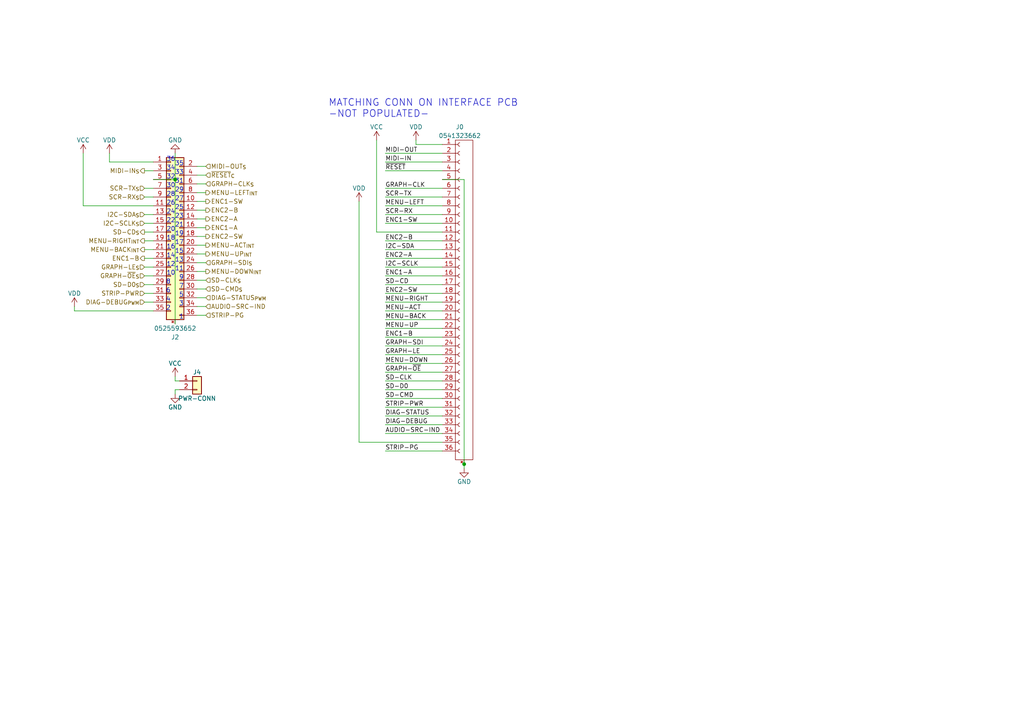
<source format=kicad_sch>
(kicad_sch (version 20230121) (generator eeschema)

  (uuid 8686679d-e343-443c-b7b5-991931b916c6)

  (paper "A4")

  (title_block
    (title "LightDrum")
    (rev "REV11")
    (company "Daxxn Industries")
  )

  (lib_symbols
    (symbol "Connector_Generic:Conn_01x02" (pin_names (offset 1.016) hide) (in_bom yes) (on_board yes)
      (property "Reference" "J" (at 0 2.54 0)
        (effects (font (size 1.27 1.27)))
      )
      (property "Value" "Conn_01x02" (at 0 -5.08 0)
        (effects (font (size 1.27 1.27)))
      )
      (property "Footprint" "" (at 0 0 0)
        (effects (font (size 1.27 1.27)) hide)
      )
      (property "Datasheet" "~" (at 0 0 0)
        (effects (font (size 1.27 1.27)) hide)
      )
      (property "ki_keywords" "connector" (at 0 0 0)
        (effects (font (size 1.27 1.27)) hide)
      )
      (property "ki_description" "Generic connector, single row, 01x02, script generated (kicad-library-utils/schlib/autogen/connector/)" (at 0 0 0)
        (effects (font (size 1.27 1.27)) hide)
      )
      (property "ki_fp_filters" "Connector*:*_1x??_*" (at 0 0 0)
        (effects (font (size 1.27 1.27)) hide)
      )
      (symbol "Conn_01x02_1_1"
        (rectangle (start -1.27 -2.413) (end 0 -2.667)
          (stroke (width 0.1524) (type default))
          (fill (type none))
        )
        (rectangle (start -1.27 0.127) (end 0 -0.127)
          (stroke (width 0.1524) (type default))
          (fill (type none))
        )
        (rectangle (start -1.27 1.27) (end 1.27 -3.81)
          (stroke (width 0.254) (type default))
          (fill (type background))
        )
        (pin passive line (at -5.08 0 0) (length 3.81)
          (name "Pin_1" (effects (font (size 1.27 1.27))))
          (number "1" (effects (font (size 1.27 1.27))))
        )
        (pin passive line (at -5.08 -2.54 0) (length 3.81)
          (name "Pin_2" (effects (font (size 1.27 1.27))))
          (number "2" (effects (font (size 1.27 1.27))))
        )
      )
    )
    (symbol "Daxxn_Connectors:0525593652" (pin_names (offset 1.016) hide) (in_bom yes) (on_board yes)
      (property "Reference" "J" (at 1.27 25.4 0)
        (effects (font (size 1.27 1.27)))
      )
      (property "Value" "0525593652" (at 1.27 22.86 0)
        (effects (font (size 1.27 1.27)))
      )
      (property "Footprint" "Daxxn_Connectors:0525593652" (at 1.27 27.94 0)
        (effects (font (size 1.27 1.27)) hide)
      )
      (property "Datasheet" "~" (at 0 0 0)
        (effects (font (size 1.27 1.27)) hide)
      )
      (property "ki_keywords" "connector 36 fpc" (at 0 0 0)
        (effects (font (size 1.27 1.27)) hide)
      )
      (property "ki_description" "Molex 36 pos FPC Cable Vertical Connector" (at 0 0 0)
        (effects (font (size 1.27 1.27)) hide)
      )
      (property "ki_fp_filters" "Connector*:*_2x??_*" (at 0 0 0)
        (effects (font (size 1.27 1.27)) hide)
      )
      (symbol "0525593652_1_1"
        (rectangle (start -1.27 -22.733) (end 0 -22.987)
          (stroke (width 0.1524) (type default))
          (fill (type none))
        )
        (rectangle (start -1.27 -20.193) (end 0 -20.447)
          (stroke (width 0.1524) (type default))
          (fill (type none))
        )
        (rectangle (start -1.27 -17.653) (end 0 -17.907)
          (stroke (width 0.1524) (type default))
          (fill (type none))
        )
        (rectangle (start -1.27 -15.113) (end 0 -15.367)
          (stroke (width 0.1524) (type default))
          (fill (type none))
        )
        (rectangle (start -1.27 -12.573) (end 0 -12.827)
          (stroke (width 0.1524) (type default))
          (fill (type none))
        )
        (rectangle (start -1.27 -10.033) (end 0 -10.287)
          (stroke (width 0.1524) (type default))
          (fill (type none))
        )
        (rectangle (start -1.27 -7.493) (end 0 -7.747)
          (stroke (width 0.1524) (type default))
          (fill (type none))
        )
        (rectangle (start -1.27 -4.953) (end 0 -5.207)
          (stroke (width 0.1524) (type default))
          (fill (type none))
        )
        (rectangle (start -1.27 -2.413) (end 0 -2.667)
          (stroke (width 0.1524) (type default))
          (fill (type none))
        )
        (rectangle (start -1.27 0.127) (end 0 -0.127)
          (stroke (width 0.1524) (type default))
          (fill (type none))
        )
        (rectangle (start -1.27 2.667) (end 0 2.413)
          (stroke (width 0.1524) (type default))
          (fill (type none))
        )
        (rectangle (start -1.27 5.207) (end 0 4.953)
          (stroke (width 0.1524) (type default))
          (fill (type none))
        )
        (rectangle (start -1.27 7.747) (end 0 7.493)
          (stroke (width 0.1524) (type default))
          (fill (type none))
        )
        (rectangle (start -1.27 10.287) (end 0 10.033)
          (stroke (width 0.1524) (type default))
          (fill (type none))
        )
        (rectangle (start -1.27 12.827) (end 0 12.573)
          (stroke (width 0.1524) (type default))
          (fill (type none))
        )
        (rectangle (start -1.27 15.367) (end 0 15.113)
          (stroke (width 0.1524) (type default))
          (fill (type none))
        )
        (rectangle (start -1.27 17.907) (end 0 17.653)
          (stroke (width 0.1524) (type default))
          (fill (type none))
        )
        (rectangle (start -1.27 20.447) (end 0 20.193)
          (stroke (width 0.1524) (type default))
          (fill (type none))
        )
        (rectangle (start -1.27 21.59) (end 3.81 -25.4)
          (stroke (width 0.254) (type default))
          (fill (type background))
        )
        (rectangle (start 3.81 -24.003) (end 2.54 -24.257)
          (stroke (width 0.1524) (type default))
          (fill (type none))
        )
        (rectangle (start 3.81 -21.463) (end 2.54 -21.717)
          (stroke (width 0.1524) (type default))
          (fill (type none))
        )
        (rectangle (start 3.81 -18.923) (end 2.54 -19.177)
          (stroke (width 0.1524) (type default))
          (fill (type none))
        )
        (rectangle (start 3.81 -16.383) (end 2.54 -16.637)
          (stroke (width 0.1524) (type default))
          (fill (type none))
        )
        (rectangle (start 3.81 -13.843) (end 2.54 -14.097)
          (stroke (width 0.1524) (type default))
          (fill (type none))
        )
        (rectangle (start 3.81 -11.303) (end 2.54 -11.557)
          (stroke (width 0.1524) (type default))
          (fill (type none))
        )
        (rectangle (start 3.81 -8.763) (end 2.54 -9.017)
          (stroke (width 0.1524) (type default))
          (fill (type none))
        )
        (rectangle (start 3.81 -6.223) (end 2.54 -6.477)
          (stroke (width 0.1524) (type default))
          (fill (type none))
        )
        (rectangle (start 3.81 -3.683) (end 2.54 -3.937)
          (stroke (width 0.1524) (type default))
          (fill (type none))
        )
        (rectangle (start 3.81 -1.143) (end 2.54 -1.397)
          (stroke (width 0.1524) (type default))
          (fill (type none))
        )
        (rectangle (start 3.81 1.397) (end 2.54 1.143)
          (stroke (width 0.1524) (type default))
          (fill (type none))
        )
        (rectangle (start 3.81 3.937) (end 2.54 3.683)
          (stroke (width 0.1524) (type default))
          (fill (type none))
        )
        (rectangle (start 3.81 6.477) (end 2.54 6.223)
          (stroke (width 0.1524) (type default))
          (fill (type none))
        )
        (rectangle (start 3.81 9.017) (end 2.54 8.763)
          (stroke (width 0.1524) (type default))
          (fill (type none))
        )
        (rectangle (start 3.81 11.557) (end 2.54 11.303)
          (stroke (width 0.1524) (type default))
          (fill (type none))
        )
        (rectangle (start 3.81 14.097) (end 2.54 13.843)
          (stroke (width 0.1524) (type default))
          (fill (type none))
        )
        (rectangle (start 3.81 16.637) (end 2.54 16.383)
          (stroke (width 0.1524) (type default))
          (fill (type none))
        )
        (rectangle (start 3.81 19.177) (end 2.54 18.923)
          (stroke (width 0.1524) (type default))
          (fill (type none))
        )
        (pin passive line (at -5.08 20.32 0) (length 3.81)
          (name "Pin_1" (effects (font (size 1.27 1.27))))
          (number "1" (effects (font (size 1.27 1.27))))
        )
        (pin passive line (at 7.62 8.89 180) (length 3.81)
          (name "Pin_10" (effects (font (size 1.27 1.27))))
          (number "10" (effects (font (size 1.27 1.27))))
        )
        (pin passive line (at -5.08 7.62 0) (length 3.81)
          (name "Pin_11" (effects (font (size 1.27 1.27))))
          (number "11" (effects (font (size 1.27 1.27))))
        )
        (pin passive line (at 7.62 6.35 180) (length 3.81)
          (name "Pin_12" (effects (font (size 1.27 1.27))))
          (number "12" (effects (font (size 1.27 1.27))))
        )
        (pin passive line (at -5.08 5.08 0) (length 3.81)
          (name "Pin_13" (effects (font (size 1.27 1.27))))
          (number "13" (effects (font (size 1.27 1.27))))
        )
        (pin passive line (at 7.62 3.81 180) (length 3.81)
          (name "Pin_14" (effects (font (size 1.27 1.27))))
          (number "14" (effects (font (size 1.27 1.27))))
        )
        (pin passive line (at -5.08 2.54 0) (length 3.81)
          (name "Pin_15" (effects (font (size 1.27 1.27))))
          (number "15" (effects (font (size 1.27 1.27))))
        )
        (pin passive line (at 7.62 1.27 180) (length 3.81)
          (name "Pin_16" (effects (font (size 1.27 1.27))))
          (number "16" (effects (font (size 1.27 1.27))))
        )
        (pin passive line (at -5.08 0 0) (length 3.81)
          (name "Pin_17" (effects (font (size 1.27 1.27))))
          (number "17" (effects (font (size 1.27 1.27))))
        )
        (pin passive line (at 7.62 -1.27 180) (length 3.81)
          (name "Pin_18" (effects (font (size 1.27 1.27))))
          (number "18" (effects (font (size 1.27 1.27))))
        )
        (pin passive line (at -5.08 -2.54 0) (length 3.81)
          (name "Pin_19" (effects (font (size 1.27 1.27))))
          (number "19" (effects (font (size 1.27 1.27))))
        )
        (pin passive line (at 7.62 19.05 180) (length 3.81)
          (name "Pin_2" (effects (font (size 1.27 1.27))))
          (number "2" (effects (font (size 1.27 1.27))))
        )
        (pin passive line (at 7.62 -3.81 180) (length 3.81)
          (name "Pin_20" (effects (font (size 1.27 1.27))))
          (number "20" (effects (font (size 1.27 1.27))))
        )
        (pin passive line (at -5.08 -5.08 0) (length 3.81)
          (name "Pin_21" (effects (font (size 1.27 1.27))))
          (number "21" (effects (font (size 1.27 1.27))))
        )
        (pin passive line (at 7.62 -6.35 180) (length 3.81)
          (name "Pin_22" (effects (font (size 1.27 1.27))))
          (number "22" (effects (font (size 1.27 1.27))))
        )
        (pin passive line (at -5.08 -7.62 0) (length 3.81)
          (name "Pin_23" (effects (font (size 1.27 1.27))))
          (number "23" (effects (font (size 1.27 1.27))))
        )
        (pin passive line (at 7.62 -8.89 180) (length 3.81)
          (name "Pin_24" (effects (font (size 1.27 1.27))))
          (number "24" (effects (font (size 1.27 1.27))))
        )
        (pin passive line (at -5.08 -10.16 0) (length 3.81)
          (name "Pin_25" (effects (font (size 1.27 1.27))))
          (number "25" (effects (font (size 1.27 1.27))))
        )
        (pin passive line (at 7.62 -11.43 180) (length 3.81)
          (name "Pin_26" (effects (font (size 1.27 1.27))))
          (number "26" (effects (font (size 1.27 1.27))))
        )
        (pin passive line (at -5.08 -12.7 0) (length 3.81)
          (name "Pin_27" (effects (font (size 1.27 1.27))))
          (number "27" (effects (font (size 1.27 1.27))))
        )
        (pin passive line (at 7.62 -13.97 180) (length 3.81)
          (name "Pin_28" (effects (font (size 1.27 1.27))))
          (number "28" (effects (font (size 1.27 1.27))))
        )
        (pin passive line (at -5.08 -15.24 0) (length 3.81)
          (name "Pin_29" (effects (font (size 1.27 1.27))))
          (number "29" (effects (font (size 1.27 1.27))))
        )
        (pin passive line (at -5.08 17.78 0) (length 3.81)
          (name "Pin_3" (effects (font (size 1.27 1.27))))
          (number "3" (effects (font (size 1.27 1.27))))
        )
        (pin passive line (at 7.62 -16.51 180) (length 3.81)
          (name "Pin_30" (effects (font (size 1.27 1.27))))
          (number "30" (effects (font (size 1.27 1.27))))
        )
        (pin passive line (at -5.08 -17.78 0) (length 3.81)
          (name "Pin_31" (effects (font (size 1.27 1.27))))
          (number "31" (effects (font (size 1.27 1.27))))
        )
        (pin passive line (at 7.62 -19.05 180) (length 3.81)
          (name "Pin_32" (effects (font (size 1.27 1.27))))
          (number "32" (effects (font (size 1.27 1.27))))
        )
        (pin passive line (at -5.08 -20.32 0) (length 3.81)
          (name "Pin_33" (effects (font (size 1.27 1.27))))
          (number "33" (effects (font (size 1.27 1.27))))
        )
        (pin passive line (at 7.62 -21.59 180) (length 3.81)
          (name "Pin_34" (effects (font (size 1.27 1.27))))
          (number "34" (effects (font (size 1.27 1.27))))
        )
        (pin passive line (at -5.08 -22.86 0) (length 3.81)
          (name "Pin_35" (effects (font (size 1.27 1.27))))
          (number "35" (effects (font (size 1.27 1.27))))
        )
        (pin passive line (at 7.62 -24.13 180) (length 3.81)
          (name "Pin_36" (effects (font (size 1.27 1.27))))
          (number "36" (effects (font (size 1.27 1.27))))
        )
        (pin passive line (at 7.62 16.51 180) (length 3.81)
          (name "Pin_4" (effects (font (size 1.27 1.27))))
          (number "4" (effects (font (size 1.27 1.27))))
        )
        (pin passive line (at -5.08 15.24 0) (length 3.81)
          (name "Pin_5" (effects (font (size 1.27 1.27))))
          (number "5" (effects (font (size 1.27 1.27))))
        )
        (pin passive line (at 7.62 13.97 180) (length 3.81)
          (name "Pin_6" (effects (font (size 1.27 1.27))))
          (number "6" (effects (font (size 1.27 1.27))))
        )
        (pin passive line (at -5.08 12.7 0) (length 3.81)
          (name "Pin_7" (effects (font (size 1.27 1.27))))
          (number "7" (effects (font (size 1.27 1.27))))
        )
        (pin passive line (at 7.62 11.43 180) (length 3.81)
          (name "Pin_8" (effects (font (size 1.27 1.27))))
          (number "8" (effects (font (size 1.27 1.27))))
        )
        (pin passive line (at -5.08 10.16 0) (length 3.81)
          (name "Pin_9" (effects (font (size 1.27 1.27))))
          (number "9" (effects (font (size 1.27 1.27))))
        )
        (pin passive line (at 1.27 -26.67 90) (length 1.27)
          (name "MNT" (effects (font (size 0.635 0.635))))
          (number "M" (effects (font (size 0.635 0.635))))
        )
      )
    )
    (symbol "Daxxn_Connectors:0541323662" (pin_names (offset 1.016) hide) (in_bom yes) (on_board yes)
      (property "Reference" "J" (at 1.27 48.26 0)
        (effects (font (size 1.27 1.27)))
      )
      (property "Value" "0541323662" (at 1.27 45.72 0)
        (effects (font (size 1.27 1.27)))
      )
      (property "Footprint" "Daxxn_Connectors:0541323662" (at 0 0 0)
        (effects (font (size 1.27 1.27)) hide)
      )
      (property "Datasheet" "~" (at 0 0 0)
        (effects (font (size 1.27 1.27)) hide)
      )
      (property "ki_keywords" "connector" (at 0 0 0)
        (effects (font (size 1.27 1.27)) hide)
      )
      (property "ki_description" "Generic connector, single row, 01x36, script generated (kicad-library-utils/schlib/autogen/connector/)" (at 0 0 0)
        (effects (font (size 1.27 1.27)) hide)
      )
      (property "ki_fp_filters" "Connector*:*_1x??_*" (at 0 0 0)
        (effects (font (size 1.27 1.27)) hide)
      )
      (symbol "0541323662_0_1"
        (rectangle (start -1.27 44.45) (end 3.81 -48.26)
          (stroke (width 0) (type default))
          (fill (type none))
        )
      )
      (symbol "0541323662_1_1"
        (arc (start 0 -45.212) (mid -0.5058 -45.72) (end 0 -46.228)
          (stroke (width 0.1524) (type default))
          (fill (type none))
        )
        (arc (start 0 -42.672) (mid -0.5058 -43.18) (end 0 -43.688)
          (stroke (width 0.1524) (type default))
          (fill (type none))
        )
        (arc (start 0 -40.132) (mid -0.5058 -40.64) (end 0 -41.148)
          (stroke (width 0.1524) (type default))
          (fill (type none))
        )
        (arc (start 0 -37.592) (mid -0.5058 -38.1) (end 0 -38.608)
          (stroke (width 0.1524) (type default))
          (fill (type none))
        )
        (arc (start 0 -35.052) (mid -0.5058 -35.56) (end 0 -36.068)
          (stroke (width 0.1524) (type default))
          (fill (type none))
        )
        (arc (start 0 -32.512) (mid -0.5058 -33.02) (end 0 -33.528)
          (stroke (width 0.1524) (type default))
          (fill (type none))
        )
        (arc (start 0 -29.972) (mid -0.5058 -30.48) (end 0 -30.988)
          (stroke (width 0.1524) (type default))
          (fill (type none))
        )
        (arc (start 0 -27.432) (mid -0.5058 -27.94) (end 0 -28.448)
          (stroke (width 0.1524) (type default))
          (fill (type none))
        )
        (arc (start 0 -24.892) (mid -0.5058 -25.4) (end 0 -25.908)
          (stroke (width 0.1524) (type default))
          (fill (type none))
        )
        (arc (start 0 -22.352) (mid -0.5058 -22.86) (end 0 -23.368)
          (stroke (width 0.1524) (type default))
          (fill (type none))
        )
        (arc (start 0 -19.812) (mid -0.5058 -20.32) (end 0 -20.828)
          (stroke (width 0.1524) (type default))
          (fill (type none))
        )
        (arc (start 0 -17.272) (mid -0.5058 -17.78) (end 0 -18.288)
          (stroke (width 0.1524) (type default))
          (fill (type none))
        )
        (arc (start 0 -14.732) (mid -0.5058 -15.24) (end 0 -15.748)
          (stroke (width 0.1524) (type default))
          (fill (type none))
        )
        (arc (start 0 -12.192) (mid -0.5058 -12.7) (end 0 -13.208)
          (stroke (width 0.1524) (type default))
          (fill (type none))
        )
        (arc (start 0 -9.652) (mid -0.5058 -10.16) (end 0 -10.668)
          (stroke (width 0.1524) (type default))
          (fill (type none))
        )
        (arc (start 0 -7.112) (mid -0.5058 -7.62) (end 0 -8.128)
          (stroke (width 0.1524) (type default))
          (fill (type none))
        )
        (arc (start 0 -4.572) (mid -0.5058 -5.08) (end 0 -5.588)
          (stroke (width 0.1524) (type default))
          (fill (type none))
        )
        (arc (start 0 -2.032) (mid -0.5058 -2.54) (end 0 -3.048)
          (stroke (width 0.1524) (type default))
          (fill (type none))
        )
        (polyline
          (pts
            (xy -1.27 -45.72)
            (xy -0.508 -45.72)
          )
          (stroke (width 0.1524) (type default))
          (fill (type none))
        )
        (polyline
          (pts
            (xy -1.27 -43.18)
            (xy -0.508 -43.18)
          )
          (stroke (width 0.1524) (type default))
          (fill (type none))
        )
        (polyline
          (pts
            (xy -1.27 -40.64)
            (xy -0.508 -40.64)
          )
          (stroke (width 0.1524) (type default))
          (fill (type none))
        )
        (polyline
          (pts
            (xy -1.27 -38.1)
            (xy -0.508 -38.1)
          )
          (stroke (width 0.1524) (type default))
          (fill (type none))
        )
        (polyline
          (pts
            (xy -1.27 -35.56)
            (xy -0.508 -35.56)
          )
          (stroke (width 0.1524) (type default))
          (fill (type none))
        )
        (polyline
          (pts
            (xy -1.27 -33.02)
            (xy -0.508 -33.02)
          )
          (stroke (width 0.1524) (type default))
          (fill (type none))
        )
        (polyline
          (pts
            (xy -1.27 -30.48)
            (xy -0.508 -30.48)
          )
          (stroke (width 0.1524) (type default))
          (fill (type none))
        )
        (polyline
          (pts
            (xy -1.27 -27.94)
            (xy -0.508 -27.94)
          )
          (stroke (width 0.1524) (type default))
          (fill (type none))
        )
        (polyline
          (pts
            (xy -1.27 -25.4)
            (xy -0.508 -25.4)
          )
          (stroke (width 0.1524) (type default))
          (fill (type none))
        )
        (polyline
          (pts
            (xy -1.27 -22.86)
            (xy -0.508 -22.86)
          )
          (stroke (width 0.1524) (type default))
          (fill (type none))
        )
        (polyline
          (pts
            (xy -1.27 -20.32)
            (xy -0.508 -20.32)
          )
          (stroke (width 0.1524) (type default))
          (fill (type none))
        )
        (polyline
          (pts
            (xy -1.27 -17.78)
            (xy -0.508 -17.78)
          )
          (stroke (width 0.1524) (type default))
          (fill (type none))
        )
        (polyline
          (pts
            (xy -1.27 -15.24)
            (xy -0.508 -15.24)
          )
          (stroke (width 0.1524) (type default))
          (fill (type none))
        )
        (polyline
          (pts
            (xy -1.27 -12.7)
            (xy -0.508 -12.7)
          )
          (stroke (width 0.1524) (type default))
          (fill (type none))
        )
        (polyline
          (pts
            (xy -1.27 -10.16)
            (xy -0.508 -10.16)
          )
          (stroke (width 0.1524) (type default))
          (fill (type none))
        )
        (polyline
          (pts
            (xy -1.27 -7.62)
            (xy -0.508 -7.62)
          )
          (stroke (width 0.1524) (type default))
          (fill (type none))
        )
        (polyline
          (pts
            (xy -1.27 -5.08)
            (xy -0.508 -5.08)
          )
          (stroke (width 0.1524) (type default))
          (fill (type none))
        )
        (polyline
          (pts
            (xy -1.27 -2.54)
            (xy -0.508 -2.54)
          )
          (stroke (width 0.1524) (type default))
          (fill (type none))
        )
        (polyline
          (pts
            (xy -1.27 0)
            (xy -0.508 0)
          )
          (stroke (width 0.1524) (type default))
          (fill (type none))
        )
        (polyline
          (pts
            (xy -1.27 2.54)
            (xy -0.508 2.54)
          )
          (stroke (width 0.1524) (type default))
          (fill (type none))
        )
        (polyline
          (pts
            (xy -1.27 5.08)
            (xy -0.508 5.08)
          )
          (stroke (width 0.1524) (type default))
          (fill (type none))
        )
        (polyline
          (pts
            (xy -1.27 7.62)
            (xy -0.508 7.62)
          )
          (stroke (width 0.1524) (type default))
          (fill (type none))
        )
        (polyline
          (pts
            (xy -1.27 10.16)
            (xy -0.508 10.16)
          )
          (stroke (width 0.1524) (type default))
          (fill (type none))
        )
        (polyline
          (pts
            (xy -1.27 12.7)
            (xy -0.508 12.7)
          )
          (stroke (width 0.1524) (type default))
          (fill (type none))
        )
        (polyline
          (pts
            (xy -1.27 15.24)
            (xy -0.508 15.24)
          )
          (stroke (width 0.1524) (type default))
          (fill (type none))
        )
        (polyline
          (pts
            (xy -1.27 17.78)
            (xy -0.508 17.78)
          )
          (stroke (width 0.1524) (type default))
          (fill (type none))
        )
        (polyline
          (pts
            (xy -1.27 20.32)
            (xy -0.508 20.32)
          )
          (stroke (width 0.1524) (type default))
          (fill (type none))
        )
        (polyline
          (pts
            (xy -1.27 22.86)
            (xy -0.508 22.86)
          )
          (stroke (width 0.1524) (type default))
          (fill (type none))
        )
        (polyline
          (pts
            (xy -1.27 25.4)
            (xy -0.508 25.4)
          )
          (stroke (width 0.1524) (type default))
          (fill (type none))
        )
        (polyline
          (pts
            (xy -1.27 27.94)
            (xy -0.508 27.94)
          )
          (stroke (width 0.1524) (type default))
          (fill (type none))
        )
        (polyline
          (pts
            (xy -1.27 30.48)
            (xy -0.508 30.48)
          )
          (stroke (width 0.1524) (type default))
          (fill (type none))
        )
        (polyline
          (pts
            (xy -1.27 33.02)
            (xy -0.508 33.02)
          )
          (stroke (width 0.1524) (type default))
          (fill (type none))
        )
        (polyline
          (pts
            (xy -1.27 35.56)
            (xy -0.508 35.56)
          )
          (stroke (width 0.1524) (type default))
          (fill (type none))
        )
        (polyline
          (pts
            (xy -1.27 38.1)
            (xy -0.508 38.1)
          )
          (stroke (width 0.1524) (type default))
          (fill (type none))
        )
        (polyline
          (pts
            (xy -1.27 40.64)
            (xy -0.508 40.64)
          )
          (stroke (width 0.1524) (type default))
          (fill (type none))
        )
        (polyline
          (pts
            (xy -1.27 43.18)
            (xy -0.508 43.18)
          )
          (stroke (width 0.1524) (type default))
          (fill (type none))
        )
        (arc (start 0 0.508) (mid -0.5058 0) (end 0 -0.508)
          (stroke (width 0.1524) (type default))
          (fill (type none))
        )
        (arc (start 0 3.048) (mid -0.5058 2.54) (end 0 2.032)
          (stroke (width 0.1524) (type default))
          (fill (type none))
        )
        (arc (start 0 5.588) (mid -0.5058 5.08) (end 0 4.572)
          (stroke (width 0.1524) (type default))
          (fill (type none))
        )
        (arc (start 0 8.128) (mid -0.5058 7.62) (end 0 7.112)
          (stroke (width 0.1524) (type default))
          (fill (type none))
        )
        (arc (start 0 10.668) (mid -0.5058 10.16) (end 0 9.652)
          (stroke (width 0.1524) (type default))
          (fill (type none))
        )
        (arc (start 0 13.208) (mid -0.5058 12.7) (end 0 12.192)
          (stroke (width 0.1524) (type default))
          (fill (type none))
        )
        (arc (start 0 15.748) (mid -0.5058 15.24) (end 0 14.732)
          (stroke (width 0.1524) (type default))
          (fill (type none))
        )
        (arc (start 0 18.288) (mid -0.5058 17.78) (end 0 17.272)
          (stroke (width 0.1524) (type default))
          (fill (type none))
        )
        (arc (start 0 20.828) (mid -0.5058 20.32) (end 0 19.812)
          (stroke (width 0.1524) (type default))
          (fill (type none))
        )
        (arc (start 0 23.368) (mid -0.5058 22.86) (end 0 22.352)
          (stroke (width 0.1524) (type default))
          (fill (type none))
        )
        (arc (start 0 25.908) (mid -0.5058 25.4) (end 0 24.892)
          (stroke (width 0.1524) (type default))
          (fill (type none))
        )
        (arc (start 0 28.448) (mid -0.5058 27.94) (end 0 27.432)
          (stroke (width 0.1524) (type default))
          (fill (type none))
        )
        (arc (start 0 30.988) (mid -0.5058 30.48) (end 0 29.972)
          (stroke (width 0.1524) (type default))
          (fill (type none))
        )
        (arc (start 0 33.528) (mid -0.5058 33.02) (end 0 32.512)
          (stroke (width 0.1524) (type default))
          (fill (type none))
        )
        (arc (start 0 36.068) (mid -0.5058 35.56) (end 0 35.052)
          (stroke (width 0.1524) (type default))
          (fill (type none))
        )
        (arc (start 0 38.608) (mid -0.5058 38.1) (end 0 37.592)
          (stroke (width 0.1524) (type default))
          (fill (type none))
        )
        (arc (start 0 41.148) (mid -0.5058 40.64) (end 0 40.132)
          (stroke (width 0.1524) (type default))
          (fill (type none))
        )
        (arc (start 0 43.688) (mid -0.5058 43.18) (end 0 42.672)
          (stroke (width 0.1524) (type default))
          (fill (type none))
        )
        (pin passive line (at -5.08 43.18 0) (length 3.81)
          (name "Pin_1" (effects (font (size 1.27 1.27))))
          (number "1" (effects (font (size 1.27 1.27))))
        )
        (pin passive line (at -5.08 20.32 0) (length 3.81)
          (name "Pin_10" (effects (font (size 1.27 1.27))))
          (number "10" (effects (font (size 1.27 1.27))))
        )
        (pin passive line (at -5.08 17.78 0) (length 3.81)
          (name "Pin_11" (effects (font (size 1.27 1.27))))
          (number "11" (effects (font (size 1.27 1.27))))
        )
        (pin passive line (at -5.08 15.24 0) (length 3.81)
          (name "Pin_12" (effects (font (size 1.27 1.27))))
          (number "12" (effects (font (size 1.27 1.27))))
        )
        (pin passive line (at -5.08 12.7 0) (length 3.81)
          (name "Pin_13" (effects (font (size 1.27 1.27))))
          (number "13" (effects (font (size 1.27 1.27))))
        )
        (pin passive line (at -5.08 10.16 0) (length 3.81)
          (name "Pin_14" (effects (font (size 1.27 1.27))))
          (number "14" (effects (font (size 1.27 1.27))))
        )
        (pin passive line (at -5.08 7.62 0) (length 3.81)
          (name "Pin_15" (effects (font (size 1.27 1.27))))
          (number "15" (effects (font (size 1.27 1.27))))
        )
        (pin passive line (at -5.08 5.08 0) (length 3.81)
          (name "Pin_16" (effects (font (size 1.27 1.27))))
          (number "16" (effects (font (size 1.27 1.27))))
        )
        (pin passive line (at -5.08 2.54 0) (length 3.81)
          (name "Pin_17" (effects (font (size 1.27 1.27))))
          (number "17" (effects (font (size 1.27 1.27))))
        )
        (pin passive line (at -5.08 0 0) (length 3.81)
          (name "Pin_18" (effects (font (size 1.27 1.27))))
          (number "18" (effects (font (size 1.27 1.27))))
        )
        (pin passive line (at -5.08 -2.54 0) (length 3.81)
          (name "Pin_19" (effects (font (size 1.27 1.27))))
          (number "19" (effects (font (size 1.27 1.27))))
        )
        (pin passive line (at -5.08 40.64 0) (length 3.81)
          (name "Pin_2" (effects (font (size 1.27 1.27))))
          (number "2" (effects (font (size 1.27 1.27))))
        )
        (pin passive line (at -5.08 -5.08 0) (length 3.81)
          (name "Pin_20" (effects (font (size 1.27 1.27))))
          (number "20" (effects (font (size 1.27 1.27))))
        )
        (pin passive line (at -5.08 -7.62 0) (length 3.81)
          (name "Pin_21" (effects (font (size 1.27 1.27))))
          (number "21" (effects (font (size 1.27 1.27))))
        )
        (pin passive line (at -5.08 -10.16 0) (length 3.81)
          (name "Pin_22" (effects (font (size 1.27 1.27))))
          (number "22" (effects (font (size 1.27 1.27))))
        )
        (pin passive line (at -5.08 -12.7 0) (length 3.81)
          (name "Pin_23" (effects (font (size 1.27 1.27))))
          (number "23" (effects (font (size 1.27 1.27))))
        )
        (pin passive line (at -5.08 -15.24 0) (length 3.81)
          (name "Pin_24" (effects (font (size 1.27 1.27))))
          (number "24" (effects (font (size 1.27 1.27))))
        )
        (pin passive line (at -5.08 -17.78 0) (length 3.81)
          (name "Pin_25" (effects (font (size 1.27 1.27))))
          (number "25" (effects (font (size 1.27 1.27))))
        )
        (pin passive line (at -5.08 -20.32 0) (length 3.81)
          (name "Pin_26" (effects (font (size 1.27 1.27))))
          (number "26" (effects (font (size 1.27 1.27))))
        )
        (pin passive line (at -5.08 -22.86 0) (length 3.81)
          (name "Pin_27" (effects (font (size 1.27 1.27))))
          (number "27" (effects (font (size 1.27 1.27))))
        )
        (pin passive line (at -5.08 -25.4 0) (length 3.81)
          (name "Pin_28" (effects (font (size 1.27 1.27))))
          (number "28" (effects (font (size 1.27 1.27))))
        )
        (pin passive line (at -5.08 -27.94 0) (length 3.81)
          (name "Pin_29" (effects (font (size 1.27 1.27))))
          (number "29" (effects (font (size 1.27 1.27))))
        )
        (pin passive line (at -5.08 38.1 0) (length 3.81)
          (name "Pin_3" (effects (font (size 1.27 1.27))))
          (number "3" (effects (font (size 1.27 1.27))))
        )
        (pin passive line (at -5.08 -30.48 0) (length 3.81)
          (name "Pin_30" (effects (font (size 1.27 1.27))))
          (number "30" (effects (font (size 1.27 1.27))))
        )
        (pin passive line (at -5.08 -33.02 0) (length 3.81)
          (name "Pin_31" (effects (font (size 1.27 1.27))))
          (number "31" (effects (font (size 1.27 1.27))))
        )
        (pin passive line (at -5.08 -35.56 0) (length 3.81)
          (name "Pin_32" (effects (font (size 1.27 1.27))))
          (number "32" (effects (font (size 1.27 1.27))))
        )
        (pin passive line (at -5.08 -38.1 0) (length 3.81)
          (name "Pin_33" (effects (font (size 1.27 1.27))))
          (number "33" (effects (font (size 1.27 1.27))))
        )
        (pin passive line (at -5.08 -40.64 0) (length 3.81)
          (name "Pin_34" (effects (font (size 1.27 1.27))))
          (number "34" (effects (font (size 1.27 1.27))))
        )
        (pin passive line (at -5.08 -43.18 0) (length 3.81)
          (name "Pin_35" (effects (font (size 1.27 1.27))))
          (number "35" (effects (font (size 1.27 1.27))))
        )
        (pin passive line (at -5.08 -45.72 0) (length 3.81)
          (name "Pin_36" (effects (font (size 1.27 1.27))))
          (number "36" (effects (font (size 1.27 1.27))))
        )
        (pin passive line (at -5.08 35.56 0) (length 3.81)
          (name "Pin_4" (effects (font (size 1.27 1.27))))
          (number "4" (effects (font (size 1.27 1.27))))
        )
        (pin passive line (at -5.08 33.02 0) (length 3.81)
          (name "Pin_5" (effects (font (size 1.27 1.27))))
          (number "5" (effects (font (size 1.27 1.27))))
        )
        (pin passive line (at -5.08 30.48 0) (length 3.81)
          (name "Pin_6" (effects (font (size 1.27 1.27))))
          (number "6" (effects (font (size 1.27 1.27))))
        )
        (pin passive line (at -5.08 27.94 0) (length 3.81)
          (name "Pin_7" (effects (font (size 1.27 1.27))))
          (number "7" (effects (font (size 1.27 1.27))))
        )
        (pin passive line (at -5.08 25.4 0) (length 3.81)
          (name "Pin_8" (effects (font (size 1.27 1.27))))
          (number "8" (effects (font (size 1.27 1.27))))
        )
        (pin passive line (at -5.08 22.86 0) (length 3.81)
          (name "Pin_9" (effects (font (size 1.27 1.27))))
          (number "9" (effects (font (size 1.27 1.27))))
        )
        (pin passive line (at 1.27 -49.53 90) (length 1.27)
          (name "MNT" (effects (font (size 0.635 0.635))))
          (number "M" (effects (font (size 0.635 0.635))))
        )
      )
    )
    (symbol "power:GND" (power) (pin_names (offset 0)) (in_bom yes) (on_board yes)
      (property "Reference" "#PWR" (at 0 -6.35 0)
        (effects (font (size 1.27 1.27)) hide)
      )
      (property "Value" "GND" (at 0 -3.81 0)
        (effects (font (size 1.27 1.27)))
      )
      (property "Footprint" "" (at 0 0 0)
        (effects (font (size 1.27 1.27)) hide)
      )
      (property "Datasheet" "" (at 0 0 0)
        (effects (font (size 1.27 1.27)) hide)
      )
      (property "ki_keywords" "global power" (at 0 0 0)
        (effects (font (size 1.27 1.27)) hide)
      )
      (property "ki_description" "Power symbol creates a global label with name \"GND\" , ground" (at 0 0 0)
        (effects (font (size 1.27 1.27)) hide)
      )
      (symbol "GND_0_1"
        (polyline
          (pts
            (xy 0 0)
            (xy 0 -1.27)
            (xy 1.27 -1.27)
            (xy 0 -2.54)
            (xy -1.27 -1.27)
            (xy 0 -1.27)
          )
          (stroke (width 0) (type default))
          (fill (type none))
        )
      )
      (symbol "GND_1_1"
        (pin power_in line (at 0 0 270) (length 0) hide
          (name "GND" (effects (font (size 1.27 1.27))))
          (number "1" (effects (font (size 1.27 1.27))))
        )
      )
    )
    (symbol "power:VCC" (power) (pin_names (offset 0)) (in_bom yes) (on_board yes)
      (property "Reference" "#PWR" (at 0 -3.81 0)
        (effects (font (size 1.27 1.27)) hide)
      )
      (property "Value" "VCC" (at 0 3.81 0)
        (effects (font (size 1.27 1.27)))
      )
      (property "Footprint" "" (at 0 0 0)
        (effects (font (size 1.27 1.27)) hide)
      )
      (property "Datasheet" "" (at 0 0 0)
        (effects (font (size 1.27 1.27)) hide)
      )
      (property "ki_keywords" "global power" (at 0 0 0)
        (effects (font (size 1.27 1.27)) hide)
      )
      (property "ki_description" "Power symbol creates a global label with name \"VCC\"" (at 0 0 0)
        (effects (font (size 1.27 1.27)) hide)
      )
      (symbol "VCC_0_1"
        (polyline
          (pts
            (xy -0.762 1.27)
            (xy 0 2.54)
          )
          (stroke (width 0) (type default))
          (fill (type none))
        )
        (polyline
          (pts
            (xy 0 0)
            (xy 0 2.54)
          )
          (stroke (width 0) (type default))
          (fill (type none))
        )
        (polyline
          (pts
            (xy 0 2.54)
            (xy 0.762 1.27)
          )
          (stroke (width 0) (type default))
          (fill (type none))
        )
      )
      (symbol "VCC_1_1"
        (pin power_in line (at 0 0 90) (length 0) hide
          (name "VCC" (effects (font (size 1.27 1.27))))
          (number "1" (effects (font (size 1.27 1.27))))
        )
      )
    )
    (symbol "power:VDD" (power) (pin_names (offset 0)) (in_bom yes) (on_board yes)
      (property "Reference" "#PWR" (at 0 -3.81 0)
        (effects (font (size 1.27 1.27)) hide)
      )
      (property "Value" "VDD" (at 0 3.81 0)
        (effects (font (size 1.27 1.27)))
      )
      (property "Footprint" "" (at 0 0 0)
        (effects (font (size 1.27 1.27)) hide)
      )
      (property "Datasheet" "" (at 0 0 0)
        (effects (font (size 1.27 1.27)) hide)
      )
      (property "ki_keywords" "global power" (at 0 0 0)
        (effects (font (size 1.27 1.27)) hide)
      )
      (property "ki_description" "Power symbol creates a global label with name \"VDD\"" (at 0 0 0)
        (effects (font (size 1.27 1.27)) hide)
      )
      (symbol "VDD_0_1"
        (polyline
          (pts
            (xy -0.762 1.27)
            (xy 0 2.54)
          )
          (stroke (width 0) (type default))
          (fill (type none))
        )
        (polyline
          (pts
            (xy 0 0)
            (xy 0 2.54)
          )
          (stroke (width 0) (type default))
          (fill (type none))
        )
        (polyline
          (pts
            (xy 0 2.54)
            (xy 0.762 1.27)
          )
          (stroke (width 0) (type default))
          (fill (type none))
        )
      )
      (symbol "VDD_1_1"
        (pin power_in line (at 0 0 90) (length 0) hide
          (name "VDD" (effects (font (size 1.27 1.27))))
          (number "1" (effects (font (size 1.27 1.27))))
        )
      )
    )
  )

  (junction (at 134.62 134.62) (diameter 0) (color 0 0 0 0)
    (uuid 46ed27cd-2029-4785-a50d-0d91aa52275e)
  )
  (junction (at 50.8 52.07) (diameter 0) (color 0 0 0 0)
    (uuid 7f7545e4-a6d7-4be3-9b63-9fba533b58f3)
  )

  (wire (pts (xy 52.07 110.49) (xy 50.8 110.49))
    (stroke (width 0) (type default))
    (uuid 0145b744-797a-4474-b52c-5a82d3a67144)
  )
  (wire (pts (xy 111.76 77.47) (xy 128.27 77.47))
    (stroke (width 0) (type default))
    (uuid 036d1648-00ea-4751-906c-403b58788a05)
  )
  (wire (pts (xy 57.15 55.88) (xy 59.69 55.88))
    (stroke (width 0) (type default))
    (uuid 03c62ee1-67c3-4e21-8842-67dbcb2e5616)
  )
  (wire (pts (xy 111.76 87.63) (xy 128.27 87.63))
    (stroke (width 0) (type default))
    (uuid 0a3e0bfa-fd73-40d9-a5ee-2573fdd22919)
  )
  (wire (pts (xy 111.76 57.15) (xy 128.27 57.15))
    (stroke (width 0) (type default))
    (uuid 13ac4eeb-b2b3-47d1-8b2c-8c47f8f0bcfa)
  )
  (wire (pts (xy 128.27 85.09) (xy 111.76 85.09))
    (stroke (width 0) (type default))
    (uuid 162280a1-9d39-47be-98fa-03693b14eab7)
  )
  (wire (pts (xy 109.22 40.64) (xy 109.22 67.31))
    (stroke (width 0) (type default))
    (uuid 1710564d-d95f-4bb6-9af2-d83ed92b9127)
  )
  (wire (pts (xy 41.91 57.15) (xy 44.45 57.15))
    (stroke (width 0) (type default))
    (uuid 19213de1-a1f7-4b90-9876-45e4f129aea4)
  )
  (wire (pts (xy 41.91 54.61) (xy 44.45 54.61))
    (stroke (width 0) (type default))
    (uuid 19ab702e-030d-4e80-a47a-912b440b0195)
  )
  (wire (pts (xy 44.45 52.07) (xy 50.8 52.07))
    (stroke (width 0) (type default))
    (uuid 1fca0a3a-8cd6-4ce3-be9a-b49035018936)
  )
  (wire (pts (xy 21.59 88.9) (xy 21.59 90.17))
    (stroke (width 0) (type default))
    (uuid 2073786e-ddf6-4821-8e79-24e7cbbfce53)
  )
  (wire (pts (xy 111.76 113.03) (xy 128.27 113.03))
    (stroke (width 0) (type default))
    (uuid 22f5cc0d-2df5-4439-961f-2ddf0f505760)
  )
  (wire (pts (xy 111.76 49.53) (xy 128.27 49.53))
    (stroke (width 0) (type default))
    (uuid 233ba783-c239-4a2a-bc5d-0fab58595cd6)
  )
  (wire (pts (xy 111.76 82.55) (xy 128.27 82.55))
    (stroke (width 0) (type default))
    (uuid 2487190c-52f8-43a4-87c6-3ff8a5088632)
  )
  (wire (pts (xy 57.15 71.12) (xy 59.69 71.12))
    (stroke (width 0) (type default))
    (uuid 2be291b4-fdc0-4f0f-b0ec-ff869ffad039)
  )
  (wire (pts (xy 21.59 90.17) (xy 44.45 90.17))
    (stroke (width 0) (type default))
    (uuid 2d75e8e0-2838-43ff-a8f4-5c118a4b2a92)
  )
  (wire (pts (xy 57.15 81.28) (xy 59.69 81.28))
    (stroke (width 0) (type default))
    (uuid 2f60b205-ee40-43b9-b3e9-bdbdd002857c)
  )
  (wire (pts (xy 59.69 86.36) (xy 57.15 86.36))
    (stroke (width 0) (type default))
    (uuid 34dd4eb4-9fc6-43cb-b8a3-6f3b005244df)
  )
  (wire (pts (xy 111.76 102.87) (xy 128.27 102.87))
    (stroke (width 0) (type default))
    (uuid 35e6c95a-3166-4d61-912b-1faa39561ed4)
  )
  (wire (pts (xy 128.27 54.61) (xy 111.76 54.61))
    (stroke (width 0) (type default))
    (uuid 389bc10a-e36e-4aa5-b37f-8e38c622ef05)
  )
  (wire (pts (xy 111.76 125.73) (xy 128.27 125.73))
    (stroke (width 0) (type default))
    (uuid 3956c90d-1031-463c-bbc2-8a8cbdcc2219)
  )
  (wire (pts (xy 111.76 72.39) (xy 128.27 72.39))
    (stroke (width 0) (type default))
    (uuid 40de237c-ad16-4d24-a3d7-8b0606258a2d)
  )
  (wire (pts (xy 128.27 100.33) (xy 111.76 100.33))
    (stroke (width 0) (type default))
    (uuid 419386d2-209b-4bb7-bea0-82779fec6e6a)
  )
  (wire (pts (xy 128.27 59.69) (xy 111.76 59.69))
    (stroke (width 0) (type default))
    (uuid 47dbcec7-7569-4893-ab68-23ad95b22ecc)
  )
  (wire (pts (xy 111.76 62.23) (xy 128.27 62.23))
    (stroke (width 0) (type default))
    (uuid 54db62b4-a542-419a-9788-db6206088408)
  )
  (wire (pts (xy 24.13 44.45) (xy 24.13 59.69))
    (stroke (width 0) (type default))
    (uuid 5666bd23-4610-4d86-b9d1-fe08fea144b5)
  )
  (wire (pts (xy 104.14 58.42) (xy 104.14 128.27))
    (stroke (width 0) (type default))
    (uuid 59730737-bd99-4059-981f-4f68fba9bba4)
  )
  (wire (pts (xy 111.76 107.95) (xy 128.27 107.95))
    (stroke (width 0) (type default))
    (uuid 5de46041-53af-4c4e-ba00-4d649cfcd224)
  )
  (wire (pts (xy 57.15 68.58) (xy 59.69 68.58))
    (stroke (width 0) (type default))
    (uuid 5e1b653e-c826-41ac-a116-d2a5c8a2c23a)
  )
  (wire (pts (xy 111.76 92.71) (xy 128.27 92.71))
    (stroke (width 0) (type default))
    (uuid 5fe6738b-6bf8-48e3-9c7f-dadacc84bdb4)
  )
  (wire (pts (xy 57.15 83.82) (xy 59.69 83.82))
    (stroke (width 0) (type default))
    (uuid 6824c2bf-bf91-45be-a078-d679a35fae51)
  )
  (wire (pts (xy 128.27 52.07) (xy 134.62 52.07))
    (stroke (width 0) (type default))
    (uuid 682cdd74-bf77-4419-b7f0-bd9ae6af7634)
  )
  (wire (pts (xy 104.14 128.27) (xy 128.27 128.27))
    (stroke (width 0) (type default))
    (uuid 7722ebc5-a6c9-44a8-8660-77afb24dee50)
  )
  (wire (pts (xy 109.22 67.31) (xy 128.27 67.31))
    (stroke (width 0) (type default))
    (uuid 7770e903-8de9-4c52-ae7b-324d3cc84e27)
  )
  (wire (pts (xy 41.91 74.93) (xy 44.45 74.93))
    (stroke (width 0) (type default))
    (uuid 79c7c00d-3af6-4c8c-aba5-9d2db15d7f00)
  )
  (wire (pts (xy 57.15 58.42) (xy 59.69 58.42))
    (stroke (width 0) (type default))
    (uuid 7b4545b4-03db-44f5-bf76-e594c11bf8e8)
  )
  (wire (pts (xy 111.76 130.81) (xy 128.27 130.81))
    (stroke (width 0) (type default))
    (uuid 7cc0665c-5f37-4ccb-a270-a5ae6cd86e5f)
  )
  (wire (pts (xy 57.15 53.34) (xy 59.69 53.34))
    (stroke (width 0) (type default))
    (uuid 7db53fbf-1122-48d6-a5bc-80513b4a9c43)
  )
  (wire (pts (xy 41.91 67.31) (xy 44.45 67.31))
    (stroke (width 0) (type default))
    (uuid 7e830e4a-6e1e-4776-878c-9e5be47014db)
  )
  (wire (pts (xy 120.65 41.91) (xy 128.27 41.91))
    (stroke (width 0) (type default))
    (uuid 82108d8d-de98-450a-b3af-460c38540fe5)
  )
  (wire (pts (xy 31.75 46.99) (xy 44.45 46.99))
    (stroke (width 0) (type default))
    (uuid 826f68c0-de4d-4da9-89f8-4b0901f3ba1b)
  )
  (wire (pts (xy 111.76 97.79) (xy 128.27 97.79))
    (stroke (width 0) (type default))
    (uuid 8287e29d-6f24-4576-91ba-fd0b32a251b8)
  )
  (wire (pts (xy 111.76 46.99) (xy 128.27 46.99))
    (stroke (width 0) (type default))
    (uuid 82e7f044-d228-4b6d-9bac-c0d345e25ad1)
  )
  (wire (pts (xy 41.91 72.39) (xy 44.45 72.39))
    (stroke (width 0) (type default))
    (uuid 8526e554-0bc2-4719-9ef8-d5250bb9b0fd)
  )
  (wire (pts (xy 128.27 123.19) (xy 111.76 123.19))
    (stroke (width 0) (type default))
    (uuid 87044e0d-2f6d-439c-a085-ad645fe39881)
  )
  (wire (pts (xy 128.27 90.17) (xy 111.76 90.17))
    (stroke (width 0) (type default))
    (uuid 8d835692-a437-4a76-808b-ad5ae53a0e6d)
  )
  (wire (pts (xy 57.15 91.44) (xy 59.69 91.44))
    (stroke (width 0) (type default))
    (uuid 8e40e1fe-dbd8-4831-bf51-a171da94c260)
  )
  (wire (pts (xy 128.27 118.11) (xy 111.76 118.11))
    (stroke (width 0) (type default))
    (uuid 939fa372-c4f3-4bee-a164-fe29b4a9d02d)
  )
  (wire (pts (xy 120.65 41.91) (xy 120.65 40.64))
    (stroke (width 0) (type default))
    (uuid 9592a75e-acfe-4d1b-bc69-7e71a72b268a)
  )
  (wire (pts (xy 50.8 110.49) (xy 50.8 109.22))
    (stroke (width 0) (type default))
    (uuid 988aa1a3-4b99-4ef2-afc2-dedac2340ab6)
  )
  (wire (pts (xy 128.27 69.85) (xy 111.76 69.85))
    (stroke (width 0) (type default))
    (uuid a091d397-f49e-4462-a7a3-f9101ec633f4)
  )
  (wire (pts (xy 57.15 50.8) (xy 59.69 50.8))
    (stroke (width 0) (type default))
    (uuid a13970e1-f21f-4ed2-b6f3-040e668ed078)
  )
  (wire (pts (xy 57.15 63.5) (xy 59.69 63.5))
    (stroke (width 0) (type default))
    (uuid a8074d46-d62f-4e59-b95d-f9b135f72b19)
  )
  (wire (pts (xy 134.62 135.89) (xy 134.62 134.62))
    (stroke (width 0) (type default))
    (uuid aa5e52e8-a5d1-4785-8097-9e7d83ebfad9)
  )
  (wire (pts (xy 57.15 60.96) (xy 59.69 60.96))
    (stroke (width 0) (type default))
    (uuid abb68f42-3e70-414c-b6a5-04b2c1d8588d)
  )
  (wire (pts (xy 50.8 93.98) (xy 50.8 52.07))
    (stroke (width 0) (type default))
    (uuid ac6deb62-f5ed-4a74-ab39-114afc9c0879)
  )
  (wire (pts (xy 41.91 77.47) (xy 44.45 77.47))
    (stroke (width 0) (type default))
    (uuid acf3a47d-ce44-42de-856e-0a29a47e9d7e)
  )
  (wire (pts (xy 24.13 59.69) (xy 44.45 59.69))
    (stroke (width 0) (type default))
    (uuid b1008325-96b3-4974-9d0c-d56628cdb651)
  )
  (wire (pts (xy 128.27 80.01) (xy 111.76 80.01))
    (stroke (width 0) (type default))
    (uuid b3d8965e-dde4-44be-ac3d-111ed8a5c4e2)
  )
  (wire (pts (xy 41.91 85.09) (xy 44.45 85.09))
    (stroke (width 0) (type default))
    (uuid bd1762e5-74db-45c0-8ad9-db5d99c9434a)
  )
  (wire (pts (xy 57.15 76.2) (xy 59.69 76.2))
    (stroke (width 0) (type default))
    (uuid c13a303d-ed8e-4fce-89f6-bf26b0506dae)
  )
  (wire (pts (xy 57.15 73.66) (xy 59.69 73.66))
    (stroke (width 0) (type default))
    (uuid c3c0387b-ea7c-45b5-849e-fef2f3684e61)
  )
  (wire (pts (xy 31.75 44.45) (xy 31.75 46.99))
    (stroke (width 0) (type default))
    (uuid c77f02a2-2372-462a-bd77-0af1d1dcf4a5)
  )
  (wire (pts (xy 134.62 52.07) (xy 134.62 134.62))
    (stroke (width 0) (type default))
    (uuid c7c626cd-9386-4a28-ba22-4263cc3adfd5)
  )
  (wire (pts (xy 41.91 69.85) (xy 44.45 69.85))
    (stroke (width 0) (type default))
    (uuid ca8eec92-dbd4-4838-8521-2029193e5fbe)
  )
  (wire (pts (xy 128.27 95.25) (xy 111.76 95.25))
    (stroke (width 0) (type default))
    (uuid cc0b7171-2980-4494-afe3-6f287b8dc05a)
  )
  (wire (pts (xy 111.76 110.49) (xy 128.27 110.49))
    (stroke (width 0) (type default))
    (uuid ccf98e96-d2fc-4d0c-a9e2-b4a95443cd26)
  )
  (wire (pts (xy 41.91 80.01) (xy 44.45 80.01))
    (stroke (width 0) (type default))
    (uuid d11dce46-96a0-4580-a97f-ca512f411244)
  )
  (wire (pts (xy 52.07 113.03) (xy 50.8 113.03))
    (stroke (width 0) (type default))
    (uuid d2637dde-a871-4f49-abc6-de42233043f0)
  )
  (wire (pts (xy 111.76 44.45) (xy 128.27 44.45))
    (stroke (width 0) (type default))
    (uuid d48f3964-bdd1-4223-acb5-d5c91e892b99)
  )
  (wire (pts (xy 111.76 120.65) (xy 128.27 120.65))
    (stroke (width 0) (type default))
    (uuid d82cc792-93f1-45a9-a4b1-37f092490d25)
  )
  (wire (pts (xy 50.8 113.03) (xy 50.8 114.3))
    (stroke (width 0) (type default))
    (uuid db2461ff-cbe6-4162-8935-1438bc221961)
  )
  (wire (pts (xy 57.15 48.26) (xy 59.69 48.26))
    (stroke (width 0) (type default))
    (uuid de27811c-73dd-4965-a36b-94de4764b024)
  )
  (wire (pts (xy 128.27 74.93) (xy 111.76 74.93))
    (stroke (width 0) (type default))
    (uuid df4e5168-ab31-4b07-bffd-4c1203e94157)
  )
  (wire (pts (xy 111.76 115.57) (xy 128.27 115.57))
    (stroke (width 0) (type default))
    (uuid e0a51c6b-4472-4694-9d7d-a40dd105c39e)
  )
  (wire (pts (xy 50.8 52.07) (xy 50.8 44.45))
    (stroke (width 0) (type default))
    (uuid e55a7705-993c-4848-9621-6bcfd10b0935)
  )
  (wire (pts (xy 57.15 78.74) (xy 59.69 78.74))
    (stroke (width 0) (type default))
    (uuid e709b0bd-3723-40d5-b5f8-eded57efabd1)
  )
  (wire (pts (xy 128.27 105.41) (xy 111.76 105.41))
    (stroke (width 0) (type default))
    (uuid eb0ae538-81e3-4c31-a928-c67aa3428e82)
  )
  (wire (pts (xy 41.91 87.63) (xy 44.45 87.63))
    (stroke (width 0) (type default))
    (uuid f153a4e4-e7e1-469c-8ac6-43f82076ac85)
  )
  (wire (pts (xy 59.69 88.9) (xy 57.15 88.9))
    (stroke (width 0) (type default))
    (uuid f4157280-2ec8-42e3-bdb6-5080284fa7fc)
  )
  (wire (pts (xy 41.91 62.23) (xy 44.45 62.23))
    (stroke (width 0) (type default))
    (uuid f41ac152-d970-421e-8f3e-309243e0f8a0)
  )
  (wire (pts (xy 57.15 66.04) (xy 59.69 66.04))
    (stroke (width 0) (type default))
    (uuid f5289220-4d50-41d5-8616-bc6d4b46920c)
  )
  (wire (pts (xy 41.91 82.55) (xy 44.45 82.55))
    (stroke (width 0) (type default))
    (uuid f5695176-6f96-4623-9fcf-6eb6536a3c4d)
  )
  (wire (pts (xy 128.27 64.77) (xy 111.76 64.77))
    (stroke (width 0) (type default))
    (uuid f64460c1-5026-445c-bb6f-f96f5e2aade0)
  )
  (wire (pts (xy 41.91 64.77) (xy 44.45 64.77))
    (stroke (width 0) (type default))
    (uuid f84a7086-eedd-4b26-9519-33f53d3e02df)
  )
  (wire (pts (xy 41.91 49.53) (xy 44.45 49.53))
    (stroke (width 0) (type default))
    (uuid fb2f1108-f956-4f06-8cec-a93917e4f944)
  )

  (text "24" (at 48.26 62.23 0)
    (effects (font (size 1.27 1.27)) (justify left bottom))
    (uuid 115355f4-7314-4b2b-90ec-010fd8e63d75)
  )
  (text "19" (at 53.34 68.58 0)
    (effects (font (size 1.27 1.27)) (justify right bottom))
    (uuid 1267a1ed-2fe2-4794-8aad-3061427b3f58)
  )
  (text "9" (at 53.34 81.28 0)
    (effects (font (size 1.27 1.27)) (justify right bottom))
    (uuid 1ad0b65d-6518-4d66-b2b4-8236288ddd15)
  )
  (text "MATCHING CONN ON INTERFACE PCB\n-NOT POPULATED-" (at 95.25 34.29 0)
    (effects (font (size 2 2)) (justify left bottom))
    (uuid 1cb90d45-6367-42cb-a558-060683177477)
  )
  (text "30" (at 48.26 54.61 0)
    (effects (font (size 1.27 1.27)) (justify left bottom))
    (uuid 1f8c704a-134d-4c36-ba9c-00bdfed7848d)
  )
  (text "21" (at 53.34 66.04 0)
    (effects (font (size 1.27 1.27)) (justify right bottom))
    (uuid 1fffaa84-bf40-4a22-aaf2-92fcd0de2cc6)
  )
  (text "25" (at 53.34 60.96 0)
    (effects (font (size 1.27 1.27)) (justify right bottom))
    (uuid 245110b2-1218-4a9f-8832-6b0764654f74)
  )
  (text "32" (at 48.26 52.07 0)
    (effects (font (size 1.27 1.27)) (justify left bottom))
    (uuid 3016f662-f55d-4a8e-b001-c66fbffc4cbf)
  )
  (text "28" (at 48.26 57.15 0)
    (effects (font (size 1.27 1.27)) (justify left bottom))
    (uuid 35e83214-788c-459f-b88c-71695a81f5dd)
  )
  (text "14" (at 48.26 74.93 0)
    (effects (font (size 1.27 1.27)) (justify left bottom))
    (uuid 39305aa9-e22d-4068-8dff-bcb06eb38b7a)
  )
  (text "15" (at 53.34 73.66 0)
    (effects (font (size 1.27 1.27)) (justify right bottom))
    (uuid 3f84a6b4-02e3-4fa8-854a-c7b7add40b02)
  )
  (text "16" (at 48.26 72.39 0)
    (effects (font (size 1.27 1.27)) (justify left bottom))
    (uuid 41032c69-6fec-43e3-9b47-6f70b84c5885)
  )
  (text "36" (at 48.26 46.99 0)
    (effects (font (size 1.27 1.27)) (justify left bottom))
    (uuid 4afb0176-51e1-4b75-a501-82e27562fbb1)
  )
  (text "20" (at 48.26 67.31 0)
    (effects (font (size 1.27 1.27)) (justify left bottom))
    (uuid 4ea17cde-3a0f-4e7c-9e33-d061cf421e10)
  )
  (text "29" (at 53.34 55.88 0)
    (effects (font (size 1.27 1.27)) (justify right bottom))
    (uuid 4ea62fcd-82a7-4d8d-af6b-6421995b5109)
  )
  (text "35" (at 53.34 48.26 0)
    (effects (font (size 1.27 1.27)) (justify right bottom))
    (uuid 552a6df5-2e27-4914-831e-de2aab172a4e)
  )
  (text "13" (at 53.34 76.2 0)
    (effects (font (size 1.27 1.27)) (justify right bottom))
    (uuid 60404b66-982f-4a9f-a540-2f9d0921af0b)
  )
  (text "11" (at 53.34 78.74 0)
    (effects (font (size 1.27 1.27)) (justify right bottom))
    (uuid 61c50f17-ecfe-4aa1-8cdc-f33809960369)
  )
  (text "22" (at 48.26 64.77 0)
    (effects (font (size 1.27 1.27)) (justify left bottom))
    (uuid 62922974-c046-42ff-8b52-e0ecd4fb2889)
  )
  (text "31" (at 53.34 53.34 0)
    (effects (font (size 1.27 1.27)) (justify right bottom))
    (uuid 63b93e90-2f3f-4f8b-8533-e35bdef3ca5e)
  )
  (text "18" (at 48.26 69.85 0)
    (effects (font (size 1.27 1.27)) (justify left bottom))
    (uuid 65560957-fb2d-41c8-8c19-fce7ca68edc7)
  )
  (text "26" (at 48.26 59.69 0)
    (effects (font (size 1.27 1.27)) (justify left bottom))
    (uuid 6d63b1f3-f768-4e5f-9b7e-2d2bb47374d1)
  )
  (text "23" (at 53.34 63.5 0)
    (effects (font (size 1.27 1.27)) (justify right bottom))
    (uuid 79ed193d-8c52-4911-95cc-bacad346b0c1)
  )
  (text "5" (at 53.34 86.36 0)
    (effects (font (size 1.27 1.27)) (justify right bottom))
    (uuid 7b82147a-e3a6-4922-9d9f-5c4e3aaaff77)
  )
  (text "33" (at 53.34 50.8 0)
    (effects (font (size 1.27 1.27)) (justify right bottom))
    (uuid 7ce6836c-08cc-402b-a9a3-dc45e493c2a6)
  )
  (text "27" (at 53.34 58.42 0)
    (effects (font (size 1.27 1.27)) (justify right bottom))
    (uuid 80b6b76e-cea0-4fa0-9dcf-4da5fe69104d)
  )
  (text "10" (at 48.26 80.01 0)
    (effects (font (size 1.27 1.27)) (justify left bottom))
    (uuid 8621830f-8358-4649-bbc4-df4e0d7d777f)
  )
  (text "7" (at 53.34 83.82 0)
    (effects (font (size 1.27 1.27)) (justify right bottom))
    (uuid 8c2ec18b-4fe8-47e2-ad65-8fb15b4ec173)
  )
  (text "17" (at 53.34 71.12 0)
    (effects (font (size 1.27 1.27)) (justify right bottom))
    (uuid 9023ba0c-38ce-4a46-9245-b66bfab2f236)
  )
  (text "8" (at 49.53 82.55 0)
    (effects (font (size 1.27 1.27)) (justify right bottom))
    (uuid 9fa3c090-9132-490f-bb83-6c7a6fc3ed22)
  )
  (text "12" (at 48.26 77.47 0)
    (effects (font (size 1.27 1.27)) (justify left bottom))
    (uuid a7fd5b01-bc45-43b4-9bad-aed19e0a76a4)
  )
  (text "2" (at 49.53 90.17 0)
    (effects (font (size 1.27 1.27)) (justify right bottom))
    (uuid a9fc62be-6995-4335-a7d7-61024b95ed12)
  )
  (text "3" (at 53.34 88.9 0)
    (effects (font (size 1.27 1.27)) (justify right bottom))
    (uuid c0a6da0f-dd39-49ec-a75f-9f144941e5e7)
  )
  (text "4" (at 49.53 87.63 0)
    (effects (font (size 1.27 1.27)) (justify right bottom))
    (uuid c30560d7-c43a-4128-9982-643062fd1435)
  )
  (text "1" (at 53.34 92.71 0)
    (effects (font (size 1.27 1.27)) (justify right bottom))
    (uuid cd093441-ae94-426a-8b36-74a9c3b90289)
  )
  (text "34" (at 48.26 49.53 0)
    (effects (font (size 1.27 1.27)) (justify left bottom))
    (uuid ddbd9eec-94ed-42f7-acde-38f48090e071)
  )
  (text "6" (at 49.53 85.09 0)
    (effects (font (size 1.27 1.27)) (justify right bottom))
    (uuid f54e32ef-40c0-4f51-bf1b-e1730ec48ab8)
  )

  (label "MENU-DOWN" (at 111.76 105.41 0) (fields_autoplaced)
    (effects (font (size 1.27 1.27)) (justify left bottom))
    (uuid 07b85526-126e-4fbe-998a-faf26ce98dde)
  )
  (label "AUDIO-SRC-IND" (at 111.76 125.73 0) (fields_autoplaced)
    (effects (font (size 1.27 1.27)) (justify left bottom))
    (uuid 089ee46c-4942-4d43-86c6-56383a3214e5)
  )
  (label "ENC1-A" (at 111.76 80.01 0) (fields_autoplaced)
    (effects (font (size 1.27 1.27)) (justify left bottom))
    (uuid 2a973ff1-64e4-409e-b622-0ee29a61aeff)
  )
  (label "MENU-RIGHT" (at 111.76 87.63 0) (fields_autoplaced)
    (effects (font (size 1.27 1.27)) (justify left bottom))
    (uuid 2b4cb0ce-33e0-4d2c-8e92-d367df8f79ec)
  )
  (label "GRAPH-CLK" (at 111.76 54.61 0) (fields_autoplaced)
    (effects (font (size 1.27 1.27)) (justify left bottom))
    (uuid 2c7958c4-8e28-463f-b119-195e9863f3b4)
  )
  (label "MENU-UP" (at 111.76 95.25 0) (fields_autoplaced)
    (effects (font (size 1.27 1.27)) (justify left bottom))
    (uuid 327832bf-0ba6-452f-9d42-e87ea26b0a92)
  )
  (label "MENU-ACT" (at 111.76 90.17 0) (fields_autoplaced)
    (effects (font (size 1.27 1.27)) (justify left bottom))
    (uuid 34481769-e424-4faa-84e0-32e90652da27)
  )
  (label "ENC2-A" (at 111.76 74.93 0) (fields_autoplaced)
    (effects (font (size 1.27 1.27)) (justify left bottom))
    (uuid 3d8edfc1-3c6e-4974-842e-ea93d21d07fa)
  )
  (label "ENC1-SW" (at 111.76 64.77 0) (fields_autoplaced)
    (effects (font (size 1.27 1.27)) (justify left bottom))
    (uuid 451bc33c-357c-4cee-a306-c319f768b616)
  )
  (label "GRAPH-LE" (at 111.76 102.87 0) (fields_autoplaced)
    (effects (font (size 1.27 1.27)) (justify left bottom))
    (uuid 4975b090-cbc0-4bca-a9ca-c068e5ef6f84)
  )
  (label "SD-D0" (at 111.76 113.03 0) (fields_autoplaced)
    (effects (font (size 1.27 1.27)) (justify left bottom))
    (uuid 552db2c0-3eed-4266-9460-9c0db82d6812)
  )
  (label "MENU-LEFT" (at 111.76 59.69 0) (fields_autoplaced)
    (effects (font (size 1.27 1.27)) (justify left bottom))
    (uuid 589e0480-a9c7-4b80-9cb5-8fa0918912a0)
  )
  (label "SD-CD" (at 111.76 82.55 0) (fields_autoplaced)
    (effects (font (size 1.27 1.27)) (justify left bottom))
    (uuid 5be103d6-15b8-4980-b658-bb1cc5c3264d)
  )
  (label "~{RESET}" (at 111.76 49.53 0) (fields_autoplaced)
    (effects (font (size 1.27 1.27)) (justify left bottom))
    (uuid 70229c27-fb40-4d56-888c-a37462ba50cd)
  )
  (label "ENC1-B" (at 111.76 97.79 0) (fields_autoplaced)
    (effects (font (size 1.27 1.27)) (justify left bottom))
    (uuid 719d487c-55ba-49fb-bc04-94d109fbfa57)
  )
  (label "MENU-BACK" (at 111.76 92.71 0) (fields_autoplaced)
    (effects (font (size 1.27 1.27)) (justify left bottom))
    (uuid 71a51bf2-e681-4227-b669-490d44c12f49)
  )
  (label "I2C-SCLK" (at 111.76 77.47 0) (fields_autoplaced)
    (effects (font (size 1.27 1.27)) (justify left bottom))
    (uuid 749f071a-d05d-449e-b008-16d15e964061)
  )
  (label "DIAG-DEBUG" (at 111.76 123.19 0) (fields_autoplaced)
    (effects (font (size 1.27 1.27)) (justify left bottom))
    (uuid 86e4c80a-6f2f-48ff-b449-4e3f917d56fb)
  )
  (label "SCR-TX" (at 111.76 57.15 0) (fields_autoplaced)
    (effects (font (size 1.27 1.27)) (justify left bottom))
    (uuid 9a29909a-ee9e-4ac0-bbbd-24c5e7a9bdba)
  )
  (label "ENC2-SW" (at 111.76 85.09 0) (fields_autoplaced)
    (effects (font (size 1.27 1.27)) (justify left bottom))
    (uuid 9bd3d3dd-b5ed-48a9-9ac8-68b6eaa47302)
  )
  (label "MIDI-IN" (at 111.76 46.99 0) (fields_autoplaced)
    (effects (font (size 1.27 1.27)) (justify left bottom))
    (uuid 9fddfedc-bc35-4abe-853d-3de0c4e87399)
  )
  (label "GRAPH-SDI" (at 111.76 100.33 0) (fields_autoplaced)
    (effects (font (size 1.27 1.27)) (justify left bottom))
    (uuid a7ed49ea-1abd-48f0-aa9d-b2bc0768e883)
  )
  (label "SCR-RX" (at 111.76 62.23 0) (fields_autoplaced)
    (effects (font (size 1.27 1.27)) (justify left bottom))
    (uuid aa298709-173f-4d60-ba2b-ee575bba13be)
  )
  (label "ENC2-B" (at 111.76 69.85 0) (fields_autoplaced)
    (effects (font (size 1.27 1.27)) (justify left bottom))
    (uuid ae74088c-75d6-43b5-b750-55e0f940c82a)
  )
  (label "GRAPH-~{OE}" (at 111.76 107.95 0) (fields_autoplaced)
    (effects (font (size 1.27 1.27)) (justify left bottom))
    (uuid c3bfa9c0-d8c7-46af-be37-8894d79f0061)
  )
  (label "DIAG-STATUS" (at 111.76 120.65 0) (fields_autoplaced)
    (effects (font (size 1.27 1.27)) (justify left bottom))
    (uuid c458642e-3d02-4d72-936c-977bc6d9ccc3)
  )
  (label "I2C-SDA" (at 111.76 72.39 0) (fields_autoplaced)
    (effects (font (size 1.27 1.27)) (justify left bottom))
    (uuid c72a09b7-6b21-4741-abcc-452710cc5d95)
  )
  (label "MIDI-OUT" (at 111.76 44.45 0) (fields_autoplaced)
    (effects (font (size 1.27 1.27)) (justify left bottom))
    (uuid ce23d8f4-eee9-4790-9b71-87e5240f6742)
  )
  (label "SD-CLK" (at 111.76 110.49 0) (fields_autoplaced)
    (effects (font (size 1.27 1.27)) (justify left bottom))
    (uuid d4764bff-492f-424e-b14a-4516e6be1183)
  )
  (label "STRIP-PWR" (at 111.76 118.11 0) (fields_autoplaced)
    (effects (font (size 1.27 1.27)) (justify left bottom))
    (uuid d721670b-dbbb-4700-bfae-8a08e9f008ba)
  )
  (label "SD-CMD" (at 111.76 115.57 0) (fields_autoplaced)
    (effects (font (size 1.27 1.27)) (justify left bottom))
    (uuid de8495d8-309d-479e-9f9e-c621481f834b)
  )
  (label "STRIP-PG" (at 111.76 130.81 0) (fields_autoplaced)
    (effects (font (size 1.27 1.27)) (justify left bottom))
    (uuid ee443b67-f55d-4ea3-85b7-26edf27c9b28)
  )

  (hierarchical_label "STRIP-PWR" (shape input) (at 41.91 85.09 180) (fields_autoplaced)
    (effects (font (size 1.27 1.27)) (justify right))
    (uuid 0eb9552c-9068-442c-b655-f6db80311767)
  )
  (hierarchical_label "MIDI-IN_{S}" (shape output) (at 41.91 49.53 180) (fields_autoplaced)
    (effects (font (size 1.27 1.27)) (justify right))
    (uuid 2270d5ad-7924-4240-975c-5456c25df132)
  )
  (hierarchical_label "SD-CD_{S}" (shape output) (at 41.91 67.31 180) (fields_autoplaced)
    (effects (font (size 1.27 1.27)) (justify right))
    (uuid 278c1283-b941-4340-924b-6a582b10eefc)
  )
  (hierarchical_label "GRAPH-CLK_{S}" (shape input) (at 59.69 53.34 0) (fields_autoplaced)
    (effects (font (size 1.27 1.27)) (justify left))
    (uuid 2d734fcc-62ab-46a2-8d10-97631418ee09)
  )
  (hierarchical_label "SCR-RX_{S}" (shape input) (at 41.91 57.15 180) (fields_autoplaced)
    (effects (font (size 1.27 1.27)) (justify right))
    (uuid 4a350d8b-fd44-4aef-9c60-f4d2f23b792a)
  )
  (hierarchical_label "MENU-DOWN_{INT}" (shape output) (at 59.69 78.74 0) (fields_autoplaced)
    (effects (font (size 1.27 1.27)) (justify left))
    (uuid 4c8a5e7b-d196-4a3b-addd-09b5ffe47098)
  )
  (hierarchical_label "ENC2-A" (shape output) (at 59.69 63.5 0) (fields_autoplaced)
    (effects (font (size 1.27 1.27)) (justify left))
    (uuid 6df9e53b-a547-47e6-bb62-194cc5e13e38)
  )
  (hierarchical_label "I2C-SCLK_{S}" (shape input) (at 41.91 64.77 180) (fields_autoplaced)
    (effects (font (size 1.27 1.27)) (justify right))
    (uuid 6e117e28-1bd3-4673-86eb-fc1ab8a76b72)
  )
  (hierarchical_label "MENU-RIGHT_{INT}" (shape output) (at 41.91 69.85 180) (fields_autoplaced)
    (effects (font (size 1.27 1.27)) (justify right))
    (uuid 716b831b-11ef-41c9-abdc-2e360d0a1dcb)
  )
  (hierarchical_label "AUDIO-SRC-IND" (shape input) (at 59.69 88.9 0) (fields_autoplaced)
    (effects (font (size 1.27 1.27)) (justify left))
    (uuid 76429525-37c5-4884-a193-7d11c3c2c7f9)
  )
  (hierarchical_label "DIAG-STATUS_{PWM}" (shape input) (at 59.69 86.36 0) (fields_autoplaced)
    (effects (font (size 1.27 1.27)) (justify left))
    (uuid 772cf44f-0219-4584-80f1-1a8d0fd5a597)
  )
  (hierarchical_label "MENU-ACT_{INT}" (shape output) (at 59.69 71.12 0) (fields_autoplaced)
    (effects (font (size 1.27 1.27)) (justify left))
    (uuid 780d8016-6b27-4a12-ac24-d93bcc4ebe90)
  )
  (hierarchical_label "GRAPH-SDI_{S}" (shape input) (at 59.69 76.2 0) (fields_autoplaced)
    (effects (font (size 1.27 1.27)) (justify left))
    (uuid 7b48c32e-cc4e-4ad7-bd42-a19d7d8c2a8c)
  )
  (hierarchical_label "SD-CLK_{S}" (shape input) (at 59.69 81.28 0) (fields_autoplaced)
    (effects (font (size 1.27 1.27)) (justify left))
    (uuid 7d25841c-882f-40c7-a418-4e0369947bbd)
  )
  (hierarchical_label "MENU-BACK_{INT}" (shape output) (at 41.91 72.39 180) (fields_autoplaced)
    (effects (font (size 1.27 1.27)) (justify right))
    (uuid 7e9efba8-0900-49bd-9995-216d835f7280)
  )
  (hierarchical_label "GRAPH-LE_{S}" (shape input) (at 41.91 77.47 180) (fields_autoplaced)
    (effects (font (size 1.27 1.27)) (justify right))
    (uuid 80359111-fdf2-4201-832b-6c07745403a5)
  )
  (hierarchical_label "ENC2-B" (shape output) (at 59.69 60.96 0) (fields_autoplaced)
    (effects (font (size 1.27 1.27)) (justify left))
    (uuid 9180b4fa-454e-4687-8553-ff39b0a70f3c)
  )
  (hierarchical_label "MENU-LEFT_{INT}" (shape output) (at 59.69 55.88 0) (fields_autoplaced)
    (effects (font (size 1.27 1.27)) (justify left))
    (uuid 9973a674-54f8-4725-9842-4c5e6f818adb)
  )
  (hierarchical_label "ENC1-B" (shape output) (at 41.91 74.93 180) (fields_autoplaced)
    (effects (font (size 1.27 1.27)) (justify right))
    (uuid 9f5bbca6-7d26-4822-92b9-b76a0198315a)
  )
  (hierarchical_label "I2C-SDA_{S}" (shape input) (at 41.91 62.23 180) (fields_autoplaced)
    (effects (font (size 1.27 1.27)) (justify right))
    (uuid 9fdd9987-2003-4f0f-823a-4ef3839f23af)
  )
  (hierarchical_label "MENU-UP_{INT}" (shape output) (at 59.69 73.66 0) (fields_autoplaced)
    (effects (font (size 1.27 1.27)) (justify left))
    (uuid a0e65964-11a7-4043-889c-551658de0960)
  )
  (hierarchical_label "SCR-TX_{S}" (shape input) (at 41.91 54.61 180) (fields_autoplaced)
    (effects (font (size 1.27 1.27)) (justify right))
    (uuid a5096595-795d-4756-ac5b-b469428a13bb)
  )
  (hierarchical_label "ENC2-SW" (shape output) (at 59.69 68.58 0) (fields_autoplaced)
    (effects (font (size 1.27 1.27)) (justify left))
    (uuid a8f831e3-c346-4e7e-8628-0a4a8e099be0)
  )
  (hierarchical_label "GRAPH-~{OE}_{S}" (shape input) (at 41.91 80.01 180) (fields_autoplaced)
    (effects (font (size 1.27 1.27)) (justify right))
    (uuid af314b89-c5e1-4e00-a3d2-8d2e44054c8c)
  )
  (hierarchical_label "SD-D0_{S}" (shape input) (at 41.91 82.55 180) (fields_autoplaced)
    (effects (font (size 1.27 1.27)) (justify right))
    (uuid b70db927-cda0-4117-81d2-8d703cab946c)
  )
  (hierarchical_label "SD-CMD_{S}" (shape input) (at 59.69 83.82 0) (fields_autoplaced)
    (effects (font (size 1.27 1.27)) (justify left))
    (uuid b747ed2c-61f0-41ea-acc4-8cea24165794)
  )
  (hierarchical_label "ENC1-SW" (shape output) (at 59.69 58.42 0) (fields_autoplaced)
    (effects (font (size 1.27 1.27)) (justify left))
    (uuid bd86b512-236e-4796-a758-e93b5d450621)
  )
  (hierarchical_label "STRIP-PG" (shape input) (at 59.69 91.44 0) (fields_autoplaced)
    (effects (font (size 1.27 1.27)) (justify left))
    (uuid cc03be09-d53b-47bf-81ce-026c928a8d8e)
  )
  (hierarchical_label "~{RESET}_{C}" (shape input) (at 59.69 50.8 0) (fields_autoplaced)
    (effects (font (size 1.27 1.27)) (justify left))
    (uuid ce237021-1c0c-40b5-9e41-ae78fe403683)
  )
  (hierarchical_label "ENC1-A" (shape output) (at 59.69 66.04 0) (fields_autoplaced)
    (effects (font (size 1.27 1.27)) (justify left))
    (uuid ea89c578-9f99-4bbb-aff7-a6f414d508cf)
  )
  (hierarchical_label "MIDI-OUT_{S}" (shape input) (at 59.69 48.26 0) (fields_autoplaced)
    (effects (font (size 1.27 1.27)) (justify left))
    (uuid f0befc6a-2518-439b-aae0-b391e5e206b4)
  )
  (hierarchical_label "DIAG-DEBUG_{PWM}" (shape input) (at 41.91 87.63 180) (fields_autoplaced)
    (effects (font (size 1.27 1.27)) (justify right))
    (uuid f3ff0df1-b3fd-44cc-ba9c-e252b71c97d9)
  )

  (symbol (lib_id "power:VDD") (at 31.75 44.45 0) (unit 1)
    (in_bom yes) (on_board yes) (dnp no)
    (uuid 0b047dc8-82b6-4a53-9644-58ef36323916)
    (property "Reference" "#PWR026" (at 31.75 48.26 0)
      (effects (font (size 1.27 1.27)) hide)
    )
    (property "Value" "VDD" (at 31.75 40.64 0)
      (effects (font (size 1.27 1.27)))
    )
    (property "Footprint" "" (at 31.75 44.45 0)
      (effects (font (size 1.27 1.27)) hide)
    )
    (property "Datasheet" "" (at 31.75 44.45 0)
      (effects (font (size 1.27 1.27)) hide)
    )
    (pin "1" (uuid f80a36ee-7c42-4661-9c2e-b5c9b12652cc))
    (instances
      (project "LightDrum"
        (path "/7f137461-fd46-4a4c-8db7-555d487fb3ca/37b1a4e5-7bc5-4d58-948d-cb24160396b1"
          (reference "#PWR026") (unit 1)
        )
      )
    )
  )

  (symbol (lib_id "power:GND") (at 134.62 135.89 0) (unit 1)
    (in_bom yes) (on_board yes) (dnp no)
    (uuid 13403f27-24a0-4939-8142-7f95922f3fcb)
    (property "Reference" "#PWR0115" (at 134.62 142.24 0)
      (effects (font (size 1.27 1.27)) hide)
    )
    (property "Value" "GND" (at 134.62 139.7 0)
      (effects (font (size 1.27 1.27)))
    )
    (property "Footprint" "" (at 134.62 135.89 0)
      (effects (font (size 1.27 1.27)) hide)
    )
    (property "Datasheet" "" (at 134.62 135.89 0)
      (effects (font (size 1.27 1.27)) hide)
    )
    (pin "1" (uuid 8eb90601-c306-440e-ad86-f60d07f0a2d5))
    (instances
      (project "LightDrum"
        (path "/7f137461-fd46-4a4c-8db7-555d487fb3ca/37b1a4e5-7bc5-4d58-948d-cb24160396b1"
          (reference "#PWR0115") (unit 1)
        )
      )
      (project "LightDrumInterface"
        (path "/e63e39d7-6ac0-4ffd-8aa3-1841a4541b55"
          (reference "#PWR064") (unit 1)
        )
      )
    )
  )

  (symbol (lib_id "power:GND") (at 50.8 44.45 180) (unit 1)
    (in_bom yes) (on_board yes) (dnp no)
    (uuid 13663849-d296-444a-b58e-fb856ef43194)
    (property "Reference" "#PWR029" (at 50.8 38.1 0)
      (effects (font (size 1.27 1.27)) hide)
    )
    (property "Value" "GND" (at 50.8 40.64 0)
      (effects (font (size 1.27 1.27)))
    )
    (property "Footprint" "" (at 50.8 44.45 0)
      (effects (font (size 1.27 1.27)) hide)
    )
    (property "Datasheet" "" (at 50.8 44.45 0)
      (effects (font (size 1.27 1.27)) hide)
    )
    (pin "1" (uuid 99d03ca0-4ca6-4eab-9ca9-686e04cc6c7f))
    (instances
      (project "LightDrum"
        (path "/7f137461-fd46-4a4c-8db7-555d487fb3ca/37b1a4e5-7bc5-4d58-948d-cb24160396b1"
          (reference "#PWR029") (unit 1)
        )
      )
    )
  )

  (symbol (lib_id "power:VDD") (at 120.65 40.64 0) (unit 1)
    (in_bom yes) (on_board yes) (dnp no)
    (uuid 23222489-799d-425b-8654-5f5fdead7778)
    (property "Reference" "#PWR0112" (at 120.65 44.45 0)
      (effects (font (size 1.27 1.27)) hide)
    )
    (property "Value" "VDD" (at 120.65 36.83 0)
      (effects (font (size 1.27 1.27)))
    )
    (property "Footprint" "" (at 120.65 40.64 0)
      (effects (font (size 1.27 1.27)) hide)
    )
    (property "Datasheet" "" (at 120.65 40.64 0)
      (effects (font (size 1.27 1.27)) hide)
    )
    (pin "1" (uuid 4fdf6bc2-d4ac-4a9a-b157-3162c3af2ec4))
    (instances
      (project "LightDrum"
        (path "/7f137461-fd46-4a4c-8db7-555d487fb3ca/37b1a4e5-7bc5-4d58-948d-cb24160396b1"
          (reference "#PWR0112") (unit 1)
        )
      )
      (project "LightDrumInterface"
        (path "/e63e39d7-6ac0-4ffd-8aa3-1841a4541b55"
          (reference "#PWR061") (unit 1)
        )
      )
    )
  )

  (symbol (lib_id "power:GND") (at 50.8 114.3 0) (unit 1)
    (in_bom yes) (on_board yes) (dnp no)
    (uuid 3ec04959-3d4a-4f2e-bd31-1f045a4dc0ce)
    (property "Reference" "#PWR031" (at 50.8 120.65 0)
      (effects (font (size 1.27 1.27)) hide)
    )
    (property "Value" "GND" (at 50.8 118.11 0)
      (effects (font (size 1.27 1.27)))
    )
    (property "Footprint" "" (at 50.8 114.3 0)
      (effects (font (size 1.27 1.27)) hide)
    )
    (property "Datasheet" "" (at 50.8 114.3 0)
      (effects (font (size 1.27 1.27)) hide)
    )
    (pin "1" (uuid 61df489c-ceac-4cc3-827e-5a6038bd8c84))
    (instances
      (project "LightDrum"
        (path "/7f137461-fd46-4a4c-8db7-555d487fb3ca/37b1a4e5-7bc5-4d58-948d-cb24160396b1"
          (reference "#PWR031") (unit 1)
        )
      )
    )
  )

  (symbol (lib_id "power:VDD") (at 104.14 58.42 0) (unit 1)
    (in_bom yes) (on_board yes) (dnp no)
    (uuid 4fc6c95c-46a0-4235-84cb-e7fee395fe5e)
    (property "Reference" "#PWR0114" (at 104.14 62.23 0)
      (effects (font (size 1.27 1.27)) hide)
    )
    (property "Value" "VDD" (at 104.14 54.61 0)
      (effects (font (size 1.27 1.27)))
    )
    (property "Footprint" "" (at 104.14 58.42 0)
      (effects (font (size 1.27 1.27)) hide)
    )
    (property "Datasheet" "" (at 104.14 58.42 0)
      (effects (font (size 1.27 1.27)) hide)
    )
    (pin "1" (uuid 3e83fc9e-ea3c-499a-82cf-385ef048f862))
    (instances
      (project "LightDrum"
        (path "/7f137461-fd46-4a4c-8db7-555d487fb3ca/37b1a4e5-7bc5-4d58-948d-cb24160396b1"
          (reference "#PWR0114") (unit 1)
        )
      )
      (project "LightDrumInterface"
        (path "/e63e39d7-6ac0-4ffd-8aa3-1841a4541b55"
          (reference "#PWR058") (unit 1)
        )
      )
    )
  )

  (symbol (lib_id "power:VCC") (at 109.22 40.64 0) (unit 1)
    (in_bom yes) (on_board yes) (dnp no)
    (uuid 8a16a8b9-7341-4eef-8e42-73b65fc501d7)
    (property "Reference" "#PWR079" (at 109.22 44.45 0)
      (effects (font (size 1.27 1.27)) hide)
    )
    (property "Value" "VCC" (at 109.22 36.83 0)
      (effects (font (size 1.27 1.27)))
    )
    (property "Footprint" "" (at 109.22 40.64 0)
      (effects (font (size 1.27 1.27)) hide)
    )
    (property "Datasheet" "" (at 109.22 40.64 0)
      (effects (font (size 1.27 1.27)) hide)
    )
    (pin "1" (uuid 27b42847-4a08-4a6b-9ac9-938f11bae828))
    (instances
      (project "LightDrum"
        (path "/7f137461-fd46-4a4c-8db7-555d487fb3ca/37b1a4e5-7bc5-4d58-948d-cb24160396b1"
          (reference "#PWR079") (unit 1)
        )
      )
      (project "LightDrumInterface"
        (path "/e63e39d7-6ac0-4ffd-8aa3-1841a4541b55"
          (reference "#PWR060") (unit 1)
        )
      )
    )
  )

  (symbol (lib_id "power:VCC") (at 24.13 44.45 0) (unit 1)
    (in_bom yes) (on_board yes) (dnp no)
    (uuid a5ee3a94-fb99-45a5-89ac-231ee9da22ae)
    (property "Reference" "#PWR025" (at 24.13 48.26 0)
      (effects (font (size 1.27 1.27)) hide)
    )
    (property "Value" "VCC" (at 24.13 40.64 0)
      (effects (font (size 1.27 1.27)))
    )
    (property "Footprint" "" (at 24.13 44.45 0)
      (effects (font (size 1.27 1.27)) hide)
    )
    (property "Datasheet" "" (at 24.13 44.45 0)
      (effects (font (size 1.27 1.27)) hide)
    )
    (pin "1" (uuid a3bf81c1-5b2e-4301-b347-da00cff7c55d))
    (instances
      (project "LightDrum"
        (path "/7f137461-fd46-4a4c-8db7-555d487fb3ca/37b1a4e5-7bc5-4d58-948d-cb24160396b1"
          (reference "#PWR025") (unit 1)
        )
      )
    )
  )

  (symbol (lib_id "power:VDD") (at 21.59 88.9 0) (unit 1)
    (in_bom yes) (on_board yes) (dnp no)
    (uuid ae1cf62c-5df0-44e8-9565-699a0ee1c38a)
    (property "Reference" "#PWR027" (at 21.59 92.71 0)
      (effects (font (size 1.27 1.27)) hide)
    )
    (property "Value" "VDD" (at 21.59 85.09 0)
      (effects (font (size 1.27 1.27)))
    )
    (property "Footprint" "" (at 21.59 88.9 0)
      (effects (font (size 1.27 1.27)) hide)
    )
    (property "Datasheet" "" (at 21.59 88.9 0)
      (effects (font (size 1.27 1.27)) hide)
    )
    (pin "1" (uuid ca063e97-008a-422d-9806-20c693e68e51))
    (instances
      (project "LightDrum"
        (path "/7f137461-fd46-4a4c-8db7-555d487fb3ca/37b1a4e5-7bc5-4d58-948d-cb24160396b1"
          (reference "#PWR027") (unit 1)
        )
      )
    )
  )

  (symbol (lib_id "Daxxn_Connectors:0541323662") (at 133.35 85.09 0) (unit 1)
    (in_bom no) (on_board no) (dnp no)
    (uuid cb7d1054-8cbb-4eb4-9a2e-266612023c48)
    (property "Reference" "J0" (at 133.35 36.83 0)
      (effects (font (size 1.27 1.27)))
    )
    (property "Value" "0541323662" (at 133.35 39.37 0)
      (effects (font (size 1.27 1.27)))
    )
    (property "Footprint" "Daxxn_Connectors:0541323662" (at 133.35 85.09 0)
      (effects (font (size 1.27 1.27)) hide)
    )
    (property "Datasheet" "~" (at 133.35 85.09 0)
      (effects (font (size 1.27 1.27)) hide)
    )
    (property "SupplierPN" "WM6784CT-ND" (at 133.35 85.09 0)
      (effects (font (size 1.27 1.27)) hide)
    )
    (property "Schematic" "" (at 133.35 85.09 0)
      (effects (font (size 1.27 1.27)) hide)
    )
    (property "PartNumber" "" (at 133.35 85.09 0)
      (effects (font (size 1.27 1.27)))
    )
    (property "Sim.Enable" "0" (at 133.35 85.09 0)
      (effects (font (size 1.27 1.27)) hide)
    )
    (pin "1" (uuid bff0d9df-2263-4523-9e73-e4639f74e9f6))
    (pin "10" (uuid 8c8c8767-d996-46f9-a7e6-5bae86746b97))
    (pin "11" (uuid 08241d6b-131c-4f2b-8041-e8f4409ef50b))
    (pin "12" (uuid caaa6cb1-04f0-4e97-aa02-02f9591fb7fc))
    (pin "13" (uuid 2986571d-3aea-45a2-9c3c-2219eb7086b1))
    (pin "14" (uuid db03d551-9a7c-43da-bb1e-562428c50414))
    (pin "15" (uuid 472b231b-e9a9-4dff-9ccb-38c2de3284bb))
    (pin "16" (uuid 48372aee-d61d-4081-9fa3-7a94994f064b))
    (pin "17" (uuid cf2f1119-9ca5-4698-9225-b5c1b426096a))
    (pin "18" (uuid 6faa8073-5f46-450f-9bf1-8cc318ecc63b))
    (pin "19" (uuid 85738e11-eb21-421c-9d92-623b448ccc08))
    (pin "2" (uuid f87f54b4-04e9-4025-86d0-8b67ae1298f4))
    (pin "20" (uuid 567ba670-9a22-4254-8a94-cdcd588a5978))
    (pin "21" (uuid 583c2ec9-c6dc-4ba9-8373-b451c01aea8f))
    (pin "22" (uuid 60e61f5d-434d-4a70-adc4-532dc349e86e))
    (pin "23" (uuid c0a1c845-a694-4da1-9284-353910828511))
    (pin "24" (uuid ff08ff1b-247a-4d8c-887c-6245de16bee7))
    (pin "25" (uuid cef5dec3-0ada-4112-a083-0102f170f6c8))
    (pin "26" (uuid 8cb50d5b-8727-4f37-9024-eda1500fe215))
    (pin "27" (uuid b73b02a3-ef48-4157-bd2e-3bb3007078b0))
    (pin "28" (uuid cdc4df7f-d637-463c-a25b-91cb88b02112))
    (pin "29" (uuid a8329794-4bce-4548-a0c5-212d28f1c79e))
    (pin "3" (uuid 36d2328e-b3d9-4cb0-82a2-6bcf7a6b7208))
    (pin "30" (uuid 368cd881-3a46-487c-9676-f239b7320fbe))
    (pin "31" (uuid 3b4f5505-c8eb-40db-b0f5-9cc3f32ec15d))
    (pin "32" (uuid 96efdba5-7042-44f6-8b86-cf93a7c9e226))
    (pin "33" (uuid 9f375e5c-671f-4145-abab-0cd518e475d6))
    (pin "34" (uuid 3b65fb3f-203f-47ef-8728-97da81a106c2))
    (pin "35" (uuid 23fe655d-f35b-49a9-826b-88adae00f716))
    (pin "36" (uuid 3c977ed0-e2fb-4277-8d5a-d18c041bb02f))
    (pin "4" (uuid 50b03c60-25a4-4e51-a166-ee9c9d91e51e))
    (pin "5" (uuid b2ee7d90-5c3a-4887-a79e-225ff7a6a6da))
    (pin "6" (uuid e707e39b-db5a-4843-ac00-b8f5b976fced))
    (pin "7" (uuid 3e5bcd52-d002-4062-a7b0-77ff663e6fe0))
    (pin "8" (uuid bf50e498-55a3-4841-b925-30604443ace6))
    (pin "9" (uuid c57da004-0f20-49c8-9043-5228aa18afb9))
    (pin "M" (uuid d23938e2-fd95-4f4f-a9a6-c6f666c92106))
    (instances
      (project "LightDrum"
        (path "/7f137461-fd46-4a4c-8db7-555d487fb3ca/37b1a4e5-7bc5-4d58-948d-cb24160396b1"
          (reference "J0") (unit 1)
        )
      )
      (project "LightDrumInterface"
        (path "/e63e39d7-6ac0-4ffd-8aa3-1841a4541b55"
          (reference "J6") (unit 1)
        )
      )
    )
  )

  (symbol (lib_id "power:VCC") (at 50.8 109.22 0) (unit 1)
    (in_bom yes) (on_board yes) (dnp no)
    (uuid cccbcde3-6ac2-4253-a49d-34fed0fa7975)
    (property "Reference" "#PWR030" (at 50.8 113.03 0)
      (effects (font (size 1.27 1.27)) hide)
    )
    (property "Value" "VCC" (at 50.8 105.41 0)
      (effects (font (size 1.27 1.27)))
    )
    (property "Footprint" "" (at 50.8 109.22 0)
      (effects (font (size 1.27 1.27)) hide)
    )
    (property "Datasheet" "" (at 50.8 109.22 0)
      (effects (font (size 1.27 1.27)) hide)
    )
    (pin "1" (uuid c0a04352-3ff9-4852-9ded-d8589b4350c6))
    (instances
      (project "LightDrum"
        (path "/7f137461-fd46-4a4c-8db7-555d487fb3ca/37b1a4e5-7bc5-4d58-948d-cb24160396b1"
          (reference "#PWR030") (unit 1)
        )
      )
    )
  )

  (symbol (lib_id "Connector_Generic:Conn_01x02") (at 57.15 110.49 0) (unit 1)
    (in_bom yes) (on_board yes) (dnp no)
    (uuid d7202476-a4fe-410d-9538-43b017aa144b)
    (property "Reference" "J4" (at 57.15 107.95 0)
      (effects (font (size 1.27 1.27)))
    )
    (property "Value" "PWR-CONN" (at 57.15 115.57 0)
      (effects (font (size 1.27 1.27)))
    )
    (property "Footprint" "Daxxn_Connectors:JST_XH_B2B-XH-A_Vertical" (at 57.15 110.49 0)
      (effects (font (size 1.27 1.27)) hide)
    )
    (property "Datasheet" "~" (at 57.15 110.49 0)
      (effects (font (size 1.27 1.27)) hide)
    )
    (property "Schematic" "" (at 57.15 110.49 0)
      (effects (font (size 1.27 1.27)) hide)
    )
    (property "PartNumber" "" (at 57.15 110.49 0)
      (effects (font (size 1.27 1.27)))
    )
    (property "SupplierPN" "455-2247-ND" (at 57.15 110.49 0)
      (effects (font (size 1.27 1.27)) hide)
    )
    (pin "1" (uuid 830e3008-e69c-4a59-b2cd-742b7a36bcd1))
    (pin "2" (uuid c9d1fdf1-9b00-4cbc-816e-ca69914ffc4f))
    (instances
      (project "LightDrum"
        (path "/7f137461-fd46-4a4c-8db7-555d487fb3ca/37b1a4e5-7bc5-4d58-948d-cb24160396b1"
          (reference "J4") (unit 1)
        )
      )
    )
  )

  (symbol (lib_id "Daxxn_Connectors:0525593652") (at 49.53 67.31 0) (unit 1)
    (in_bom yes) (on_board yes) (dnp no)
    (uuid e927961d-cba2-4474-90c2-b9531f563d2b)
    (property "Reference" "J2" (at 50.8 97.79 0)
      (effects (font (size 1.27 1.27)))
    )
    (property "Value" "0525593652" (at 50.8 95.25 0)
      (effects (font (size 1.27 1.27)))
    )
    (property "Footprint" "Daxxn_Connectors:0525593652" (at 50.8 39.37 0)
      (effects (font (size 1.27 1.27)) hide)
    )
    (property "Datasheet" "~" (at 49.53 67.31 0)
      (effects (font (size 1.27 1.27)) hide)
    )
    (property "SupplierPN" "WM7988CT-ND" (at 49.53 67.31 0)
      (effects (font (size 1.27 1.27)) hide)
    )
    (pin "1" (uuid 04cb5f8c-fbd0-41b5-9a21-7d98f258f140))
    (pin "10" (uuid 01dddb52-2849-4d77-9850-cb769f3624c2))
    (pin "11" (uuid 2215aaf9-a1f0-442c-b20b-6820e72dac9a))
    (pin "12" (uuid e7459a18-fe98-429f-b793-a5b7bef8d30e))
    (pin "13" (uuid 5c1a0ae1-4fa4-4b01-b276-d132bca33a3e))
    (pin "14" (uuid 143b444d-8b2b-4500-95a5-296230bcc2ef))
    (pin "15" (uuid 7fcbb6c8-07e5-41fc-b9f6-9f5e062311f3))
    (pin "16" (uuid edb6a98e-44ad-4bd8-b3f3-eb22630db16a))
    (pin "17" (uuid 01ac5c42-d1a6-43e5-a765-b66502aae02e))
    (pin "18" (uuid afdb6325-50a4-41c2-ba57-531400695e1a))
    (pin "19" (uuid 1fa1191f-9be6-4504-8684-ef10858e7c5c))
    (pin "2" (uuid bcd5560a-e351-403c-984f-d4131efdcf5d))
    (pin "20" (uuid 0b6ae2ec-5c10-43bd-b837-3a3b733d2623))
    (pin "21" (uuid a5b3822a-6ee9-4641-a543-8f59006699ff))
    (pin "22" (uuid 88a75531-e977-4c48-88ce-3d7a4999929d))
    (pin "23" (uuid 3d261a89-8118-4b51-ae33-d6cad3a955d5))
    (pin "24" (uuid 234cde0e-e56c-4416-84ee-d26fd31d98e2))
    (pin "25" (uuid c702bc00-d572-4c5e-a482-d55b593a10b8))
    (pin "26" (uuid 1bb0a275-ea24-4972-847f-e08acc0f6ff4))
    (pin "27" (uuid d34827a2-ef09-4190-beb1-7b6a966d5d6a))
    (pin "28" (uuid 38c41321-da49-4337-8be1-1711a2b8b305))
    (pin "29" (uuid a307d436-7a5a-4598-a080-aa2f64a57c17))
    (pin "3" (uuid eec572e1-3627-406c-b722-3b5d42bfb68a))
    (pin "30" (uuid 70287471-3908-466a-9b60-d79f672bee30))
    (pin "31" (uuid 8fa45ca8-64cb-4189-bfc2-369eeb7ce43f))
    (pin "32" (uuid bc81aed0-1cd9-4c1f-a7e2-8113efbecb45))
    (pin "33" (uuid acff619e-58dc-4785-b644-8c6faeb795e9))
    (pin "34" (uuid 13050e4d-9bcb-43f2-a8ad-adaf7860e96e))
    (pin "35" (uuid e6135042-8e71-4aae-b5a3-a44d1fa7b3dc))
    (pin "36" (uuid a0279595-46ed-4551-b48a-cc28e96e34bf))
    (pin "4" (uuid 444de037-9d28-4f98-b403-98adde14e07f))
    (pin "5" (uuid f93d6b7f-5dc9-4f20-a644-9022cce2b39b))
    (pin "6" (uuid 23e8e420-77c1-47af-ac32-fa35460d8ac9))
    (pin "7" (uuid eba202c3-1d1d-4645-8334-007e73b55d4f))
    (pin "8" (uuid 1824e5c3-8053-4726-9a1b-e909019a3376))
    (pin "9" (uuid 509e8e0b-d39e-42c5-ae4e-66eb6d02c0a6))
    (pin "M" (uuid 01fd8bbc-f52c-4566-883c-c1a6b978b238))
    (instances
      (project "LightDrum"
        (path "/7f137461-fd46-4a4c-8db7-555d487fb3ca/37b1a4e5-7bc5-4d58-948d-cb24160396b1"
          (reference "J2") (unit 1)
        )
      )
    )
  )
)

</source>
